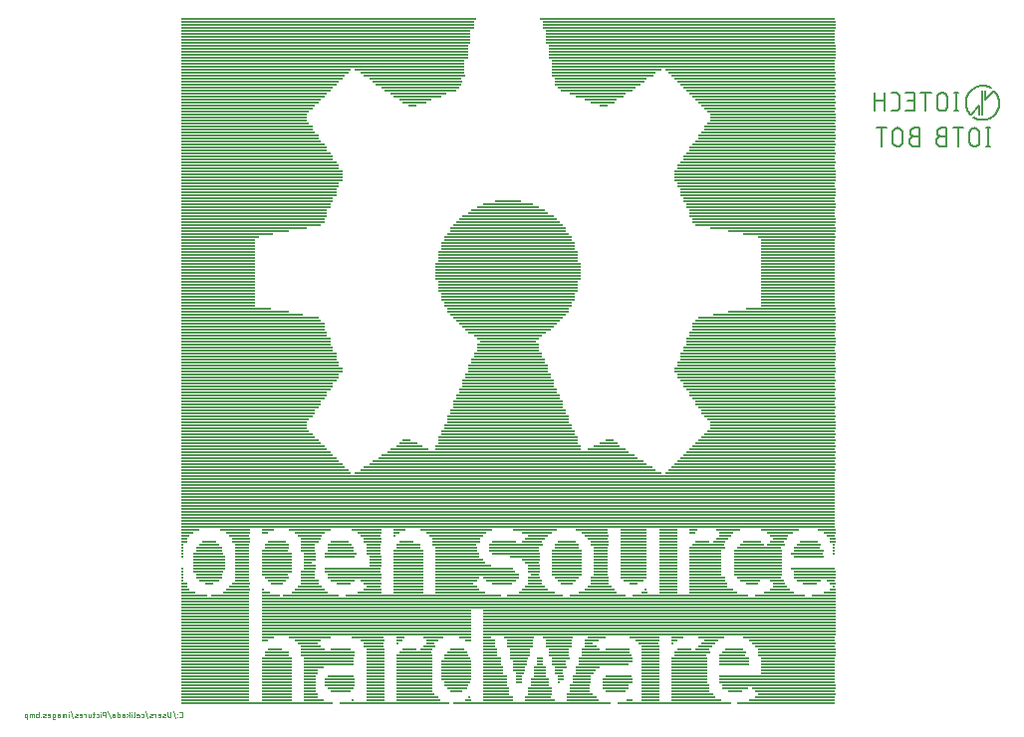
<source format=gbr>
G04 EAGLE Gerber RS-274X export*
G75*
%MOMM*%
%FSLAX34Y34*%
%LPD*%
%INSilkscreen Bottom*%
%IPPOS*%
%AMOC8*
5,1,8,0,0,1.08239X$1,22.5*%
G01*
%ADD10C,0.127000*%
%ADD11C,0.152400*%
%ADD12R,12.954000X0.254000*%
%ADD13R,9.398000X0.254000*%
%ADD14R,13.462000X0.254000*%
%ADD15R,9.652000X0.254000*%
%ADD16R,8.382000X0.254000*%
%ADD17R,5.842000X0.254000*%
%ADD18R,2.540000X0.254000*%
%ADD19R,1.778000X0.254000*%
%ADD20R,0.254000X0.254000*%
%ADD21R,1.524000X0.254000*%
%ADD22R,3.810000X0.254000*%
%ADD23R,0.508000X0.254000*%
%ADD24R,2.794000X0.254000*%
%ADD25R,4.318000X0.254000*%
%ADD26R,7.366000X0.254000*%
%ADD27R,1.270000X0.254000*%
%ADD28R,3.556000X0.254000*%
%ADD29R,2.286000X0.254000*%
%ADD30R,6.858000X0.254000*%
%ADD31R,3.302000X0.254000*%
%ADD32R,2.032000X0.254000*%
%ADD33R,6.604000X0.254000*%
%ADD34R,1.016000X0.254000*%
%ADD35R,3.048000X0.254000*%
%ADD36R,7.112000X0.254000*%
%ADD37R,9.906000X0.254000*%
%ADD38R,0.762000X0.254000*%
%ADD39R,6.350000X0.254000*%
%ADD40R,4.572000X0.254000*%
%ADD41R,4.064000X0.254000*%
%ADD42R,7.874000X0.254000*%
%ADD43R,17.780000X0.254000*%
%ADD44R,29.972000X0.254000*%
%ADD45R,48.768000X0.254000*%
%ADD46R,4.826000X0.254000*%
%ADD47R,13.208000X0.254000*%
%ADD48R,5.080000X0.254000*%
%ADD49R,6.096000X0.254000*%
%ADD50R,55.626000X0.254000*%
%ADD51R,14.478000X0.254000*%
%ADD52R,26.162000X0.254000*%
%ADD53R,14.224000X0.254000*%
%ADD54R,25.146000X0.254000*%
%ADD55R,13.970000X0.254000*%
%ADD56R,24.638000X0.254000*%
%ADD57R,13.716000X0.254000*%
%ADD58R,23.622000X0.254000*%
%ADD59R,23.114000X0.254000*%
%ADD60R,22.098000X0.254000*%
%ADD61R,21.590000X0.254000*%
%ADD62R,12.700000X0.254000*%
%ADD63R,20.574000X0.254000*%
%ADD64R,12.446000X0.254000*%
%ADD65R,12.192000X0.254000*%
%ADD66R,11.938000X0.254000*%
%ADD67R,11.684000X0.254000*%
%ADD68R,11.430000X0.254000*%
%ADD69R,11.176000X0.254000*%
%ADD70R,10.922000X0.254000*%
%ADD71R,10.668000X0.254000*%
%ADD72R,10.414000X0.254000*%
%ADD73R,8.890000X0.254000*%
%ADD74R,5.334000X0.254000*%
%ADD75R,9.144000X0.254000*%
%ADD76R,7.620000X0.254000*%
%ADD77R,8.636000X0.254000*%
%ADD78R,24.130000X0.254000*%
%ADD79R,24.384000X0.254000*%
%ADD80R,24.892000X0.254000*%
%ADD81C,0.050800*%


D10*
X685143Y488629D02*
X685143Y473135D01*
X683422Y473135D02*
X686865Y473135D01*
X686865Y488629D02*
X683422Y488629D01*
X677555Y484325D02*
X677555Y477439D01*
X677555Y484325D02*
X677553Y484455D01*
X677547Y484585D01*
X677537Y484715D01*
X677524Y484844D01*
X677506Y484973D01*
X677485Y485101D01*
X677459Y485228D01*
X677430Y485355D01*
X677397Y485481D01*
X677360Y485605D01*
X677320Y485729D01*
X677275Y485851D01*
X677227Y485972D01*
X677176Y486091D01*
X677121Y486209D01*
X677062Y486325D01*
X677000Y486439D01*
X676934Y486552D01*
X676865Y486662D01*
X676793Y486770D01*
X676718Y486876D01*
X676639Y486979D01*
X676557Y487080D01*
X676473Y487179D01*
X676385Y487275D01*
X676294Y487368D01*
X676201Y487459D01*
X676105Y487547D01*
X676006Y487631D01*
X675905Y487713D01*
X675802Y487792D01*
X675696Y487867D01*
X675588Y487939D01*
X675478Y488008D01*
X675365Y488074D01*
X675251Y488136D01*
X675135Y488195D01*
X675017Y488250D01*
X674898Y488301D01*
X674777Y488349D01*
X674655Y488394D01*
X674531Y488434D01*
X674407Y488471D01*
X674281Y488504D01*
X674154Y488533D01*
X674027Y488559D01*
X673899Y488580D01*
X673770Y488598D01*
X673641Y488611D01*
X673511Y488621D01*
X673381Y488627D01*
X673251Y488629D01*
X673121Y488627D01*
X672991Y488621D01*
X672861Y488611D01*
X672732Y488598D01*
X672603Y488580D01*
X672475Y488559D01*
X672348Y488533D01*
X672221Y488504D01*
X672095Y488471D01*
X671971Y488434D01*
X671847Y488394D01*
X671725Y488349D01*
X671604Y488301D01*
X671485Y488250D01*
X671367Y488195D01*
X671251Y488136D01*
X671137Y488074D01*
X671024Y488008D01*
X670914Y487939D01*
X670806Y487867D01*
X670700Y487792D01*
X670597Y487713D01*
X670496Y487631D01*
X670397Y487547D01*
X670301Y487459D01*
X670208Y487368D01*
X670117Y487275D01*
X670029Y487179D01*
X669945Y487080D01*
X669863Y486979D01*
X669784Y486876D01*
X669709Y486770D01*
X669637Y486662D01*
X669568Y486552D01*
X669502Y486439D01*
X669440Y486325D01*
X669381Y486209D01*
X669326Y486091D01*
X669275Y485972D01*
X669227Y485851D01*
X669182Y485729D01*
X669142Y485605D01*
X669105Y485481D01*
X669072Y485355D01*
X669043Y485228D01*
X669017Y485101D01*
X668996Y484973D01*
X668978Y484844D01*
X668965Y484715D01*
X668955Y484585D01*
X668949Y484455D01*
X668947Y484325D01*
X668947Y477439D01*
X668949Y477309D01*
X668955Y477179D01*
X668965Y477049D01*
X668978Y476920D01*
X668996Y476791D01*
X669017Y476663D01*
X669043Y476536D01*
X669072Y476409D01*
X669105Y476283D01*
X669142Y476159D01*
X669182Y476035D01*
X669227Y475913D01*
X669275Y475792D01*
X669326Y475673D01*
X669381Y475555D01*
X669440Y475439D01*
X669502Y475325D01*
X669568Y475212D01*
X669637Y475102D01*
X669709Y474994D01*
X669784Y474888D01*
X669863Y474785D01*
X669945Y474684D01*
X670029Y474585D01*
X670117Y474489D01*
X670208Y474396D01*
X670301Y474305D01*
X670397Y474217D01*
X670496Y474133D01*
X670597Y474051D01*
X670700Y473972D01*
X670806Y473897D01*
X670914Y473825D01*
X671024Y473756D01*
X671137Y473690D01*
X671251Y473628D01*
X671367Y473569D01*
X671485Y473514D01*
X671604Y473463D01*
X671725Y473415D01*
X671847Y473370D01*
X671971Y473330D01*
X672095Y473293D01*
X672221Y473260D01*
X672348Y473231D01*
X672475Y473205D01*
X672603Y473184D01*
X672732Y473166D01*
X672861Y473153D01*
X672991Y473143D01*
X673121Y473137D01*
X673251Y473135D01*
X673381Y473137D01*
X673511Y473143D01*
X673641Y473153D01*
X673770Y473166D01*
X673899Y473184D01*
X674027Y473205D01*
X674154Y473231D01*
X674281Y473260D01*
X674407Y473293D01*
X674531Y473330D01*
X674655Y473370D01*
X674777Y473415D01*
X674898Y473463D01*
X675017Y473514D01*
X675135Y473569D01*
X675251Y473628D01*
X675365Y473690D01*
X675478Y473756D01*
X675588Y473825D01*
X675696Y473897D01*
X675802Y473972D01*
X675905Y474051D01*
X676006Y474133D01*
X676105Y474217D01*
X676201Y474305D01*
X676294Y474396D01*
X676385Y474489D01*
X676473Y474585D01*
X676557Y474684D01*
X676639Y474785D01*
X676718Y474888D01*
X676793Y474994D01*
X676865Y475102D01*
X676934Y475212D01*
X677000Y475325D01*
X677062Y475439D01*
X677121Y475555D01*
X677176Y475673D01*
X677227Y475792D01*
X677275Y475913D01*
X677320Y476035D01*
X677360Y476159D01*
X677397Y476283D01*
X677430Y476409D01*
X677459Y476536D01*
X677485Y476663D01*
X677506Y476791D01*
X677524Y476920D01*
X677537Y477049D01*
X677547Y477179D01*
X677553Y477309D01*
X677555Y477439D01*
X659376Y473135D02*
X659376Y488629D01*
X663680Y488629D02*
X655072Y488629D01*
X649113Y481743D02*
X644809Y481743D01*
X644679Y481741D01*
X644549Y481735D01*
X644419Y481725D01*
X644290Y481712D01*
X644161Y481694D01*
X644033Y481673D01*
X643906Y481647D01*
X643779Y481618D01*
X643653Y481585D01*
X643529Y481548D01*
X643405Y481508D01*
X643283Y481463D01*
X643162Y481415D01*
X643043Y481364D01*
X642925Y481309D01*
X642809Y481250D01*
X642695Y481188D01*
X642582Y481122D01*
X642472Y481053D01*
X642364Y480981D01*
X642258Y480906D01*
X642155Y480827D01*
X642054Y480745D01*
X641955Y480661D01*
X641859Y480573D01*
X641766Y480482D01*
X641675Y480389D01*
X641587Y480293D01*
X641503Y480194D01*
X641421Y480093D01*
X641342Y479990D01*
X641267Y479884D01*
X641195Y479776D01*
X641126Y479666D01*
X641060Y479553D01*
X640998Y479439D01*
X640939Y479323D01*
X640884Y479205D01*
X640833Y479086D01*
X640785Y478965D01*
X640740Y478843D01*
X640700Y478719D01*
X640663Y478595D01*
X640630Y478469D01*
X640601Y478342D01*
X640575Y478215D01*
X640554Y478087D01*
X640536Y477958D01*
X640523Y477829D01*
X640513Y477699D01*
X640507Y477569D01*
X640505Y477439D01*
X640507Y477309D01*
X640513Y477179D01*
X640523Y477049D01*
X640536Y476920D01*
X640554Y476791D01*
X640575Y476663D01*
X640601Y476536D01*
X640630Y476409D01*
X640663Y476283D01*
X640700Y476159D01*
X640740Y476035D01*
X640785Y475913D01*
X640833Y475792D01*
X640884Y475673D01*
X640939Y475555D01*
X640998Y475439D01*
X641060Y475325D01*
X641126Y475212D01*
X641195Y475102D01*
X641267Y474994D01*
X641342Y474888D01*
X641421Y474785D01*
X641503Y474684D01*
X641587Y474585D01*
X641675Y474489D01*
X641766Y474396D01*
X641859Y474305D01*
X641955Y474217D01*
X642054Y474133D01*
X642155Y474051D01*
X642258Y473972D01*
X642364Y473897D01*
X642472Y473825D01*
X642582Y473756D01*
X642695Y473690D01*
X642809Y473628D01*
X642925Y473569D01*
X643043Y473514D01*
X643162Y473463D01*
X643283Y473415D01*
X643405Y473370D01*
X643529Y473330D01*
X643653Y473293D01*
X643779Y473260D01*
X643906Y473231D01*
X644033Y473205D01*
X644161Y473184D01*
X644290Y473166D01*
X644419Y473153D01*
X644549Y473143D01*
X644679Y473137D01*
X644809Y473135D01*
X649113Y473135D01*
X649113Y488629D01*
X644809Y488629D01*
X644693Y488627D01*
X644577Y488621D01*
X644461Y488611D01*
X644345Y488598D01*
X644230Y488580D01*
X644116Y488559D01*
X644002Y488533D01*
X643890Y488504D01*
X643778Y488471D01*
X643668Y488434D01*
X643559Y488394D01*
X643451Y488350D01*
X643345Y488302D01*
X643241Y488251D01*
X643138Y488196D01*
X643037Y488138D01*
X642939Y488077D01*
X642842Y488012D01*
X642748Y487944D01*
X642656Y487873D01*
X642566Y487798D01*
X642479Y487721D01*
X642395Y487641D01*
X642314Y487558D01*
X642235Y487472D01*
X642159Y487384D01*
X642086Y487293D01*
X642017Y487200D01*
X641950Y487105D01*
X641887Y487007D01*
X641827Y486908D01*
X641771Y486806D01*
X641718Y486702D01*
X641668Y486597D01*
X641623Y486490D01*
X641580Y486382D01*
X641542Y486272D01*
X641507Y486161D01*
X641476Y486049D01*
X641449Y485936D01*
X641425Y485822D01*
X641406Y485707D01*
X641390Y485592D01*
X641378Y485476D01*
X641370Y485360D01*
X641366Y485244D01*
X641366Y485128D01*
X641370Y485012D01*
X641378Y484896D01*
X641390Y484780D01*
X641406Y484665D01*
X641425Y484550D01*
X641449Y484436D01*
X641476Y484323D01*
X641507Y484211D01*
X641542Y484100D01*
X641580Y483990D01*
X641623Y483882D01*
X641668Y483775D01*
X641718Y483670D01*
X641771Y483566D01*
X641827Y483465D01*
X641887Y483365D01*
X641950Y483267D01*
X642017Y483172D01*
X642086Y483079D01*
X642159Y482988D01*
X642235Y482900D01*
X642314Y482814D01*
X642395Y482731D01*
X642479Y482651D01*
X642566Y482574D01*
X642656Y482499D01*
X642748Y482428D01*
X642842Y482360D01*
X642939Y482295D01*
X643037Y482234D01*
X643138Y482176D01*
X643241Y482121D01*
X643345Y482070D01*
X643451Y482022D01*
X643559Y481978D01*
X643668Y481938D01*
X643778Y481901D01*
X643890Y481868D01*
X644002Y481839D01*
X644116Y481813D01*
X644230Y481792D01*
X644345Y481774D01*
X644461Y481761D01*
X644577Y481751D01*
X644693Y481745D01*
X644809Y481743D01*
X626319Y481743D02*
X622015Y481743D01*
X621885Y481741D01*
X621755Y481735D01*
X621625Y481725D01*
X621496Y481712D01*
X621367Y481694D01*
X621239Y481673D01*
X621112Y481647D01*
X620985Y481618D01*
X620859Y481585D01*
X620735Y481548D01*
X620611Y481508D01*
X620489Y481463D01*
X620368Y481415D01*
X620249Y481364D01*
X620131Y481309D01*
X620015Y481250D01*
X619901Y481188D01*
X619788Y481122D01*
X619678Y481053D01*
X619570Y480981D01*
X619464Y480906D01*
X619361Y480827D01*
X619260Y480745D01*
X619161Y480661D01*
X619065Y480573D01*
X618972Y480482D01*
X618881Y480389D01*
X618793Y480293D01*
X618709Y480194D01*
X618627Y480093D01*
X618548Y479990D01*
X618473Y479884D01*
X618401Y479776D01*
X618332Y479666D01*
X618266Y479553D01*
X618204Y479439D01*
X618145Y479323D01*
X618090Y479205D01*
X618039Y479086D01*
X617991Y478965D01*
X617946Y478843D01*
X617906Y478719D01*
X617869Y478595D01*
X617836Y478469D01*
X617807Y478342D01*
X617781Y478215D01*
X617760Y478087D01*
X617742Y477958D01*
X617729Y477829D01*
X617719Y477699D01*
X617713Y477569D01*
X617711Y477439D01*
X617713Y477309D01*
X617719Y477179D01*
X617729Y477049D01*
X617742Y476920D01*
X617760Y476791D01*
X617781Y476663D01*
X617807Y476536D01*
X617836Y476409D01*
X617869Y476283D01*
X617906Y476159D01*
X617946Y476035D01*
X617991Y475913D01*
X618039Y475792D01*
X618090Y475673D01*
X618145Y475555D01*
X618204Y475439D01*
X618266Y475325D01*
X618332Y475212D01*
X618401Y475102D01*
X618473Y474994D01*
X618548Y474888D01*
X618627Y474785D01*
X618709Y474684D01*
X618793Y474585D01*
X618881Y474489D01*
X618972Y474396D01*
X619065Y474305D01*
X619161Y474217D01*
X619260Y474133D01*
X619361Y474051D01*
X619464Y473972D01*
X619570Y473897D01*
X619678Y473825D01*
X619788Y473756D01*
X619901Y473690D01*
X620015Y473628D01*
X620131Y473569D01*
X620249Y473514D01*
X620368Y473463D01*
X620489Y473415D01*
X620611Y473370D01*
X620735Y473330D01*
X620859Y473293D01*
X620985Y473260D01*
X621112Y473231D01*
X621239Y473205D01*
X621367Y473184D01*
X621496Y473166D01*
X621625Y473153D01*
X621755Y473143D01*
X621885Y473137D01*
X622015Y473135D01*
X626319Y473135D01*
X626319Y488629D01*
X622015Y488629D01*
X621899Y488627D01*
X621783Y488621D01*
X621667Y488611D01*
X621551Y488598D01*
X621436Y488580D01*
X621322Y488559D01*
X621208Y488533D01*
X621096Y488504D01*
X620984Y488471D01*
X620874Y488434D01*
X620765Y488394D01*
X620657Y488350D01*
X620551Y488302D01*
X620447Y488251D01*
X620344Y488196D01*
X620243Y488138D01*
X620145Y488077D01*
X620048Y488012D01*
X619954Y487944D01*
X619862Y487873D01*
X619772Y487798D01*
X619685Y487721D01*
X619601Y487641D01*
X619520Y487558D01*
X619441Y487472D01*
X619365Y487384D01*
X619292Y487293D01*
X619223Y487200D01*
X619156Y487105D01*
X619093Y487007D01*
X619033Y486908D01*
X618977Y486806D01*
X618924Y486702D01*
X618874Y486597D01*
X618829Y486490D01*
X618786Y486382D01*
X618748Y486272D01*
X618713Y486161D01*
X618682Y486049D01*
X618655Y485936D01*
X618631Y485822D01*
X618612Y485707D01*
X618596Y485592D01*
X618584Y485476D01*
X618576Y485360D01*
X618572Y485244D01*
X618572Y485128D01*
X618576Y485012D01*
X618584Y484896D01*
X618596Y484780D01*
X618612Y484665D01*
X618631Y484550D01*
X618655Y484436D01*
X618682Y484323D01*
X618713Y484211D01*
X618748Y484100D01*
X618786Y483990D01*
X618829Y483882D01*
X618874Y483775D01*
X618924Y483670D01*
X618977Y483566D01*
X619033Y483465D01*
X619093Y483365D01*
X619156Y483267D01*
X619223Y483172D01*
X619292Y483079D01*
X619365Y482988D01*
X619441Y482900D01*
X619520Y482814D01*
X619601Y482731D01*
X619685Y482651D01*
X619772Y482574D01*
X619862Y482499D01*
X619954Y482428D01*
X620048Y482360D01*
X620145Y482295D01*
X620243Y482234D01*
X620344Y482176D01*
X620447Y482121D01*
X620551Y482070D01*
X620657Y482022D01*
X620765Y481978D01*
X620874Y481938D01*
X620984Y481901D01*
X621096Y481868D01*
X621208Y481839D01*
X621322Y481813D01*
X621436Y481792D01*
X621551Y481774D01*
X621667Y481761D01*
X621783Y481751D01*
X621899Y481745D01*
X622015Y481743D01*
X612145Y484325D02*
X612145Y477439D01*
X612145Y484325D02*
X612143Y484455D01*
X612137Y484585D01*
X612127Y484715D01*
X612114Y484844D01*
X612096Y484973D01*
X612075Y485101D01*
X612049Y485228D01*
X612020Y485355D01*
X611987Y485481D01*
X611950Y485605D01*
X611910Y485729D01*
X611865Y485851D01*
X611817Y485972D01*
X611766Y486091D01*
X611711Y486209D01*
X611652Y486325D01*
X611590Y486439D01*
X611524Y486552D01*
X611455Y486662D01*
X611383Y486770D01*
X611308Y486876D01*
X611229Y486979D01*
X611147Y487080D01*
X611063Y487179D01*
X610975Y487275D01*
X610884Y487368D01*
X610791Y487459D01*
X610695Y487547D01*
X610596Y487631D01*
X610495Y487713D01*
X610392Y487792D01*
X610286Y487867D01*
X610178Y487939D01*
X610068Y488008D01*
X609955Y488074D01*
X609841Y488136D01*
X609725Y488195D01*
X609607Y488250D01*
X609488Y488301D01*
X609367Y488349D01*
X609245Y488394D01*
X609121Y488434D01*
X608997Y488471D01*
X608871Y488504D01*
X608744Y488533D01*
X608617Y488559D01*
X608489Y488580D01*
X608360Y488598D01*
X608231Y488611D01*
X608101Y488621D01*
X607971Y488627D01*
X607841Y488629D01*
X607711Y488627D01*
X607581Y488621D01*
X607451Y488611D01*
X607322Y488598D01*
X607193Y488580D01*
X607065Y488559D01*
X606938Y488533D01*
X606811Y488504D01*
X606685Y488471D01*
X606561Y488434D01*
X606437Y488394D01*
X606315Y488349D01*
X606194Y488301D01*
X606075Y488250D01*
X605957Y488195D01*
X605841Y488136D01*
X605727Y488074D01*
X605614Y488008D01*
X605504Y487939D01*
X605396Y487867D01*
X605290Y487792D01*
X605187Y487713D01*
X605086Y487631D01*
X604987Y487547D01*
X604891Y487459D01*
X604798Y487368D01*
X604707Y487275D01*
X604619Y487179D01*
X604535Y487080D01*
X604453Y486979D01*
X604374Y486876D01*
X604299Y486770D01*
X604227Y486662D01*
X604158Y486552D01*
X604092Y486439D01*
X604030Y486325D01*
X603971Y486209D01*
X603916Y486091D01*
X603865Y485972D01*
X603817Y485851D01*
X603772Y485729D01*
X603732Y485605D01*
X603695Y485481D01*
X603662Y485355D01*
X603633Y485228D01*
X603607Y485101D01*
X603586Y484973D01*
X603568Y484844D01*
X603555Y484715D01*
X603545Y484585D01*
X603539Y484455D01*
X603537Y484325D01*
X603538Y484325D02*
X603538Y477439D01*
X603537Y477439D02*
X603539Y477309D01*
X603545Y477179D01*
X603555Y477049D01*
X603568Y476920D01*
X603586Y476791D01*
X603607Y476663D01*
X603633Y476536D01*
X603662Y476409D01*
X603695Y476283D01*
X603732Y476159D01*
X603772Y476035D01*
X603817Y475913D01*
X603865Y475792D01*
X603916Y475673D01*
X603971Y475555D01*
X604030Y475439D01*
X604092Y475325D01*
X604158Y475212D01*
X604227Y475102D01*
X604299Y474994D01*
X604374Y474888D01*
X604453Y474785D01*
X604535Y474684D01*
X604619Y474585D01*
X604707Y474489D01*
X604798Y474396D01*
X604891Y474305D01*
X604987Y474217D01*
X605086Y474133D01*
X605187Y474051D01*
X605290Y473972D01*
X605396Y473897D01*
X605504Y473825D01*
X605614Y473756D01*
X605727Y473690D01*
X605841Y473628D01*
X605957Y473569D01*
X606075Y473514D01*
X606194Y473463D01*
X606315Y473415D01*
X606437Y473370D01*
X606561Y473330D01*
X606685Y473293D01*
X606811Y473260D01*
X606938Y473231D01*
X607065Y473205D01*
X607193Y473184D01*
X607322Y473166D01*
X607451Y473153D01*
X607581Y473143D01*
X607711Y473137D01*
X607841Y473135D01*
X607971Y473137D01*
X608101Y473143D01*
X608231Y473153D01*
X608360Y473166D01*
X608489Y473184D01*
X608617Y473205D01*
X608744Y473231D01*
X608871Y473260D01*
X608997Y473293D01*
X609121Y473330D01*
X609245Y473370D01*
X609367Y473415D01*
X609488Y473463D01*
X609607Y473514D01*
X609725Y473569D01*
X609841Y473628D01*
X609955Y473690D01*
X610068Y473756D01*
X610178Y473825D01*
X610286Y473897D01*
X610392Y473972D01*
X610495Y474051D01*
X610596Y474133D01*
X610695Y474217D01*
X610791Y474305D01*
X610884Y474396D01*
X610975Y474489D01*
X611063Y474585D01*
X611147Y474684D01*
X611229Y474785D01*
X611308Y474888D01*
X611383Y474994D01*
X611455Y475102D01*
X611524Y475212D01*
X611590Y475325D01*
X611652Y475439D01*
X611711Y475555D01*
X611766Y475673D01*
X611817Y475792D01*
X611865Y475913D01*
X611910Y476035D01*
X611950Y476159D01*
X611987Y476283D01*
X612020Y476409D01*
X612049Y476536D01*
X612075Y476663D01*
X612096Y476791D01*
X612114Y476920D01*
X612127Y477049D01*
X612137Y477179D01*
X612143Y477309D01*
X612145Y477439D01*
X593967Y473135D02*
X593967Y488629D01*
X598271Y488629D02*
X589663Y488629D01*
X657643Y503135D02*
X657643Y518629D01*
X659365Y503135D02*
X655922Y503135D01*
X655922Y518629D02*
X659365Y518629D01*
X650055Y514325D02*
X650055Y507439D01*
X650055Y514325D02*
X650053Y514455D01*
X650047Y514585D01*
X650037Y514715D01*
X650024Y514844D01*
X650006Y514973D01*
X649985Y515101D01*
X649959Y515228D01*
X649930Y515355D01*
X649897Y515481D01*
X649860Y515605D01*
X649820Y515729D01*
X649775Y515851D01*
X649727Y515972D01*
X649676Y516091D01*
X649621Y516209D01*
X649562Y516325D01*
X649500Y516439D01*
X649434Y516552D01*
X649365Y516662D01*
X649293Y516770D01*
X649218Y516876D01*
X649139Y516979D01*
X649057Y517080D01*
X648973Y517179D01*
X648885Y517275D01*
X648794Y517368D01*
X648701Y517459D01*
X648605Y517547D01*
X648506Y517631D01*
X648405Y517713D01*
X648302Y517792D01*
X648196Y517867D01*
X648088Y517939D01*
X647978Y518008D01*
X647865Y518074D01*
X647751Y518136D01*
X647635Y518195D01*
X647517Y518250D01*
X647398Y518301D01*
X647277Y518349D01*
X647155Y518394D01*
X647031Y518434D01*
X646907Y518471D01*
X646781Y518504D01*
X646654Y518533D01*
X646527Y518559D01*
X646399Y518580D01*
X646270Y518598D01*
X646141Y518611D01*
X646011Y518621D01*
X645881Y518627D01*
X645751Y518629D01*
X645621Y518627D01*
X645491Y518621D01*
X645361Y518611D01*
X645232Y518598D01*
X645103Y518580D01*
X644975Y518559D01*
X644848Y518533D01*
X644721Y518504D01*
X644595Y518471D01*
X644471Y518434D01*
X644347Y518394D01*
X644225Y518349D01*
X644104Y518301D01*
X643985Y518250D01*
X643867Y518195D01*
X643751Y518136D01*
X643637Y518074D01*
X643524Y518008D01*
X643414Y517939D01*
X643306Y517867D01*
X643200Y517792D01*
X643097Y517713D01*
X642996Y517631D01*
X642897Y517547D01*
X642801Y517459D01*
X642708Y517368D01*
X642617Y517275D01*
X642529Y517179D01*
X642445Y517080D01*
X642363Y516979D01*
X642284Y516876D01*
X642209Y516770D01*
X642137Y516662D01*
X642068Y516552D01*
X642002Y516439D01*
X641940Y516325D01*
X641881Y516209D01*
X641826Y516091D01*
X641775Y515972D01*
X641727Y515851D01*
X641682Y515729D01*
X641642Y515605D01*
X641605Y515481D01*
X641572Y515355D01*
X641543Y515228D01*
X641517Y515101D01*
X641496Y514973D01*
X641478Y514844D01*
X641465Y514715D01*
X641455Y514585D01*
X641449Y514455D01*
X641447Y514325D01*
X641447Y507439D01*
X641449Y507309D01*
X641455Y507179D01*
X641465Y507049D01*
X641478Y506920D01*
X641496Y506791D01*
X641517Y506663D01*
X641543Y506536D01*
X641572Y506409D01*
X641605Y506283D01*
X641642Y506159D01*
X641682Y506035D01*
X641727Y505913D01*
X641775Y505792D01*
X641826Y505673D01*
X641881Y505555D01*
X641940Y505439D01*
X642002Y505325D01*
X642068Y505212D01*
X642137Y505102D01*
X642209Y504994D01*
X642284Y504888D01*
X642363Y504785D01*
X642445Y504684D01*
X642529Y504585D01*
X642617Y504489D01*
X642708Y504396D01*
X642801Y504305D01*
X642897Y504217D01*
X642996Y504133D01*
X643097Y504051D01*
X643200Y503972D01*
X643306Y503897D01*
X643414Y503825D01*
X643524Y503756D01*
X643637Y503690D01*
X643751Y503628D01*
X643867Y503569D01*
X643985Y503514D01*
X644104Y503463D01*
X644225Y503415D01*
X644347Y503370D01*
X644471Y503330D01*
X644595Y503293D01*
X644721Y503260D01*
X644848Y503231D01*
X644975Y503205D01*
X645103Y503184D01*
X645232Y503166D01*
X645361Y503153D01*
X645491Y503143D01*
X645621Y503137D01*
X645751Y503135D01*
X645881Y503137D01*
X646011Y503143D01*
X646141Y503153D01*
X646270Y503166D01*
X646399Y503184D01*
X646527Y503205D01*
X646654Y503231D01*
X646781Y503260D01*
X646907Y503293D01*
X647031Y503330D01*
X647155Y503370D01*
X647277Y503415D01*
X647398Y503463D01*
X647517Y503514D01*
X647635Y503569D01*
X647751Y503628D01*
X647865Y503690D01*
X647978Y503756D01*
X648088Y503825D01*
X648196Y503897D01*
X648302Y503972D01*
X648405Y504051D01*
X648506Y504133D01*
X648605Y504217D01*
X648701Y504305D01*
X648794Y504396D01*
X648885Y504489D01*
X648973Y504585D01*
X649057Y504684D01*
X649139Y504785D01*
X649218Y504888D01*
X649293Y504994D01*
X649365Y505102D01*
X649434Y505212D01*
X649500Y505325D01*
X649562Y505439D01*
X649621Y505555D01*
X649676Y505673D01*
X649727Y505792D01*
X649775Y505913D01*
X649820Y506035D01*
X649860Y506159D01*
X649897Y506283D01*
X649930Y506409D01*
X649959Y506536D01*
X649985Y506663D01*
X650006Y506791D01*
X650024Y506920D01*
X650037Y507049D01*
X650047Y507179D01*
X650053Y507309D01*
X650055Y507439D01*
X631876Y503135D02*
X631876Y518629D01*
X636180Y518629D02*
X627572Y518629D01*
X621783Y503135D02*
X614896Y503135D01*
X621783Y503135D02*
X621783Y518629D01*
X614896Y518629D01*
X616618Y511743D02*
X621783Y511743D01*
X606016Y503135D02*
X602573Y503135D01*
X606016Y503135D02*
X606131Y503137D01*
X606246Y503143D01*
X606361Y503152D01*
X606475Y503166D01*
X606589Y503183D01*
X606702Y503204D01*
X606814Y503229D01*
X606926Y503257D01*
X607036Y503290D01*
X607145Y503326D01*
X607253Y503365D01*
X607360Y503408D01*
X607465Y503455D01*
X607569Y503505D01*
X607671Y503559D01*
X607771Y503616D01*
X607869Y503676D01*
X607965Y503739D01*
X608058Y503806D01*
X608150Y503876D01*
X608239Y503949D01*
X608326Y504025D01*
X608410Y504103D01*
X608491Y504184D01*
X608570Y504269D01*
X608645Y504355D01*
X608718Y504444D01*
X608788Y504536D01*
X608855Y504629D01*
X608918Y504725D01*
X608978Y504823D01*
X609035Y504923D01*
X609089Y505025D01*
X609139Y505129D01*
X609186Y505234D01*
X609229Y505341D01*
X609269Y505449D01*
X609304Y505558D01*
X609337Y505668D01*
X609365Y505780D01*
X609390Y505892D01*
X609411Y506005D01*
X609428Y506119D01*
X609442Y506233D01*
X609451Y506348D01*
X609457Y506463D01*
X609459Y506578D01*
X609459Y515186D01*
X609457Y515301D01*
X609451Y515416D01*
X609442Y515531D01*
X609428Y515645D01*
X609411Y515759D01*
X609390Y515872D01*
X609365Y515984D01*
X609337Y516096D01*
X609304Y516206D01*
X609269Y516315D01*
X609229Y516423D01*
X609186Y516530D01*
X609139Y516635D01*
X609089Y516739D01*
X609035Y516841D01*
X608978Y516941D01*
X608918Y517039D01*
X608855Y517135D01*
X608788Y517228D01*
X608718Y517320D01*
X608645Y517409D01*
X608570Y517495D01*
X608491Y517580D01*
X608410Y517661D01*
X608326Y517739D01*
X608239Y517815D01*
X608150Y517888D01*
X608058Y517958D01*
X607965Y518025D01*
X607869Y518088D01*
X607771Y518148D01*
X607671Y518205D01*
X607569Y518259D01*
X607465Y518309D01*
X607360Y518356D01*
X607253Y518399D01*
X607145Y518438D01*
X607036Y518474D01*
X606926Y518507D01*
X606814Y518535D01*
X606702Y518560D01*
X606589Y518581D01*
X606475Y518598D01*
X606361Y518612D01*
X606246Y518621D01*
X606131Y518627D01*
X606016Y518629D01*
X602573Y518629D01*
X596538Y518629D02*
X596538Y503135D01*
X596538Y511743D02*
X587930Y511743D01*
X587930Y518629D02*
X587930Y503135D01*
D11*
X682500Y512500D02*
X690000Y520000D01*
X677500Y507500D02*
X670000Y500000D01*
X682500Y512500D02*
X682500Y520000D01*
X677500Y507500D02*
X677500Y500000D01*
X680000Y500000D02*
X680000Y520000D01*
X687500Y522500D02*
X687198Y522676D01*
X686892Y522844D01*
X686581Y523005D01*
X686267Y523158D01*
X685949Y523303D01*
X685628Y523441D01*
X685303Y523571D01*
X684976Y523693D01*
X684645Y523806D01*
X684312Y523912D01*
X683976Y524010D01*
X683638Y524099D01*
X683298Y524180D01*
X682957Y524253D01*
X682613Y524318D01*
X682268Y524374D01*
X681922Y524421D01*
X681574Y524461D01*
X681226Y524491D01*
X680877Y524514D01*
X680528Y524528D01*
X680179Y524533D01*
X679829Y524530D01*
X679480Y524518D01*
X679131Y524498D01*
X678783Y524469D01*
X678435Y524432D01*
X678088Y524386D01*
X677743Y524332D01*
X677399Y524270D01*
X677057Y524199D01*
X676716Y524120D01*
X676378Y524033D01*
X676042Y523937D01*
X675708Y523834D01*
X675377Y523722D01*
X675048Y523602D01*
X674723Y523474D01*
X674401Y523339D01*
X674082Y523195D01*
X673767Y523044D01*
X673456Y522885D01*
X673148Y522719D01*
X672845Y522545D01*
X672546Y522364D01*
X672252Y522176D01*
X671962Y521980D01*
X671677Y521778D01*
X671397Y521568D01*
X671122Y521352D01*
X670853Y521130D01*
X670589Y520901D01*
X670331Y520665D01*
X670078Y520423D01*
X669832Y520175D01*
X669591Y519922D01*
X669357Y519662D01*
X669129Y519397D01*
X668908Y519126D01*
X668693Y518851D01*
X668486Y518570D01*
X668285Y518284D01*
X668091Y517993D01*
X667904Y517697D01*
X667725Y517397D01*
X667552Y517093D01*
X667388Y516785D01*
X667231Y516473D01*
X667081Y516157D01*
X666939Y515837D01*
X666805Y515514D01*
X666679Y515188D01*
X666561Y514859D01*
X666451Y514528D01*
X666349Y514193D01*
X666255Y513857D01*
X666170Y513518D01*
X666093Y513177D01*
X666024Y512834D01*
X665963Y512490D01*
X665911Y512144D01*
X665867Y511797D01*
X665832Y511450D01*
X665805Y511101D01*
X665787Y510752D01*
X665777Y510403D01*
X665775Y510053D01*
X665783Y509704D01*
X665798Y509355D01*
X665823Y509006D01*
X665855Y508658D01*
X665896Y508311D01*
X665946Y507965D01*
X666004Y507620D01*
X666070Y507277D01*
X666145Y506935D01*
X666228Y506596D01*
X666319Y506258D01*
X666418Y505923D01*
X666526Y505591D01*
X666641Y505261D01*
X666765Y504934D01*
X666896Y504610D01*
X667036Y504289D01*
X667183Y503972D01*
X667337Y503659D01*
X667500Y503349D01*
X667670Y503044D01*
X667847Y502743D01*
X668031Y502446D01*
X668223Y502153D01*
X668422Y501866D01*
X668627Y501583D01*
X668840Y501306D01*
X669059Y501033D01*
X669285Y500767D01*
X669517Y500505D01*
X669755Y500250D01*
X670000Y500000D01*
X672500Y497500D02*
X672802Y497324D01*
X673108Y497156D01*
X673419Y496995D01*
X673733Y496842D01*
X674051Y496697D01*
X674372Y496559D01*
X674697Y496429D01*
X675024Y496307D01*
X675355Y496194D01*
X675688Y496088D01*
X676024Y495990D01*
X676362Y495901D01*
X676702Y495820D01*
X677043Y495747D01*
X677387Y495682D01*
X677732Y495626D01*
X678078Y495579D01*
X678426Y495539D01*
X678774Y495509D01*
X679123Y495486D01*
X679472Y495472D01*
X679821Y495467D01*
X680171Y495470D01*
X680520Y495482D01*
X680869Y495502D01*
X681217Y495531D01*
X681565Y495568D01*
X681912Y495614D01*
X682257Y495668D01*
X682601Y495730D01*
X682943Y495801D01*
X683284Y495880D01*
X683622Y495967D01*
X683958Y496063D01*
X684292Y496166D01*
X684623Y496278D01*
X684952Y496398D01*
X685277Y496526D01*
X685599Y496661D01*
X685918Y496805D01*
X686233Y496956D01*
X686544Y497115D01*
X686852Y497281D01*
X687155Y497455D01*
X687454Y497636D01*
X687748Y497824D01*
X688038Y498020D01*
X688323Y498222D01*
X688603Y498432D01*
X688878Y498648D01*
X689147Y498870D01*
X689411Y499099D01*
X689669Y499335D01*
X689922Y499577D01*
X690168Y499825D01*
X690409Y500078D01*
X690643Y500338D01*
X690871Y500603D01*
X691092Y500874D01*
X691307Y501149D01*
X691514Y501430D01*
X691715Y501716D01*
X691909Y502007D01*
X692096Y502303D01*
X692275Y502603D01*
X692448Y502907D01*
X692612Y503215D01*
X692769Y503527D01*
X692919Y503843D01*
X693061Y504163D01*
X693195Y504486D01*
X693321Y504812D01*
X693439Y505141D01*
X693549Y505472D01*
X693651Y505807D01*
X693745Y506143D01*
X693830Y506482D01*
X693907Y506823D01*
X693976Y507166D01*
X694037Y507510D01*
X694089Y507856D01*
X694133Y508203D01*
X694168Y508550D01*
X694195Y508899D01*
X694213Y509248D01*
X694223Y509597D01*
X694225Y509947D01*
X694217Y510296D01*
X694202Y510645D01*
X694177Y510994D01*
X694145Y511342D01*
X694104Y511689D01*
X694054Y512035D01*
X693996Y512380D01*
X693930Y512723D01*
X693855Y513065D01*
X693772Y513404D01*
X693681Y513742D01*
X693582Y514077D01*
X693474Y514409D01*
X693359Y514739D01*
X693235Y515066D01*
X693104Y515390D01*
X692964Y515711D01*
X692817Y516028D01*
X692663Y516341D01*
X692500Y516651D01*
X692330Y516956D01*
X692153Y517257D01*
X691969Y517554D01*
X691777Y517847D01*
X691578Y518134D01*
X691373Y518417D01*
X691160Y518694D01*
X690941Y518967D01*
X690715Y519233D01*
X690483Y519495D01*
X690245Y519750D01*
X690000Y520000D01*
D12*
X63500Y0D03*
D13*
X180340Y0D03*
D14*
X297180Y0D03*
D15*
X417830Y0D03*
D16*
X513080Y0D03*
D17*
X27940Y2540D03*
D18*
X80010Y2540D03*
D19*
X111760Y2540D03*
D20*
X144780Y2540D03*
D21*
X163830Y2540D03*
D22*
X200660Y2540D03*
D23*
X242570Y2540D03*
D18*
X267970Y2540D03*
X303530Y2540D03*
D24*
X340360Y2540D03*
D23*
X379730Y2540D03*
D21*
X397510Y2540D03*
D25*
X436880Y2540D03*
D26*
X518160Y2540D03*
D17*
X27940Y5080D03*
D18*
X80010Y5080D03*
D27*
X109220Y5080D03*
D21*
X163830Y5080D03*
D28*
X199390Y5080D03*
D20*
X243840Y5080D03*
D18*
X267970Y5080D03*
D29*
X302260Y5080D03*
D18*
X339090Y5080D03*
D21*
X397510Y5080D03*
D22*
X434340Y5080D03*
D30*
X520700Y5080D03*
D17*
X27940Y7620D03*
D18*
X80010Y7620D03*
D27*
X109220Y7620D03*
D21*
X163830Y7620D03*
D31*
X198120Y7620D03*
D29*
X266700Y7620D03*
D32*
X303530Y7620D03*
D29*
X337820Y7620D03*
D21*
X397510Y7620D03*
D28*
X433070Y7620D03*
D33*
X521970Y7620D03*
D17*
X27940Y10160D03*
D18*
X80010Y10160D03*
D34*
X107950Y10160D03*
D19*
X134620Y10160D03*
D21*
X163830Y10160D03*
D35*
X196850Y10160D03*
D34*
X232410Y10160D03*
D29*
X266700Y10160D03*
D32*
X303530Y10160D03*
D19*
X337820Y10160D03*
X368300Y10160D03*
D21*
X397510Y10160D03*
D31*
X431800Y10160D03*
D27*
X469900Y10160D03*
D30*
X520700Y10160D03*
D17*
X27940Y12700D03*
D18*
X80010Y12700D03*
D34*
X107950Y12700D03*
D29*
X134620Y12700D03*
D21*
X163830Y12700D03*
D35*
X196850Y12700D03*
D19*
X233680Y12700D03*
D29*
X266700Y12700D03*
D32*
X303530Y12700D03*
D19*
X337820Y12700D03*
D29*
X368300Y12700D03*
D21*
X397510Y12700D03*
D31*
X431800Y12700D03*
D29*
X469900Y12700D03*
D36*
X519430Y12700D03*
D17*
X27940Y15240D03*
D18*
X80010Y15240D03*
D34*
X107950Y15240D03*
D18*
X133350Y15240D03*
D21*
X163830Y15240D03*
D35*
X196850Y15240D03*
D32*
X232410Y15240D03*
X265430Y15240D03*
D21*
X303530Y15240D03*
D19*
X337820Y15240D03*
D29*
X368300Y15240D03*
D21*
X397510Y15240D03*
D31*
X431800Y15240D03*
D15*
X506730Y15240D03*
D17*
X27940Y17780D03*
D18*
X80010Y17780D03*
D34*
X107950Y17780D03*
D18*
X133350Y17780D03*
D21*
X163830Y17780D03*
D35*
X196850Y17780D03*
D29*
X233680Y17780D03*
D32*
X265430Y17780D03*
D23*
X285750Y17780D03*
D21*
X303530Y17780D03*
D20*
X320040Y17780D03*
D21*
X339090Y17780D03*
D18*
X369570Y17780D03*
D21*
X397510Y17780D03*
D35*
X430530Y17780D03*
D37*
X505460Y17780D03*
D17*
X27940Y20320D03*
D18*
X80010Y20320D03*
D34*
X107950Y20320D03*
D18*
X133350Y20320D03*
D21*
X163830Y20320D03*
D35*
X196850Y20320D03*
D18*
X232410Y20320D03*
D32*
X265430Y20320D03*
D23*
X285750Y20320D03*
D21*
X303530Y20320D03*
D23*
X321310Y20320D03*
D21*
X339090Y20320D03*
D18*
X369570Y20320D03*
D21*
X397510Y20320D03*
D35*
X430530Y20320D03*
D37*
X505460Y20320D03*
D17*
X27940Y22860D03*
D18*
X80010Y22860D03*
D34*
X107950Y22860D03*
D29*
X134620Y22860D03*
D21*
X163830Y22860D03*
D35*
X196850Y22860D03*
D18*
X232410Y22860D03*
D32*
X265430Y22860D03*
D23*
X285750Y22860D03*
D34*
X303530Y22860D03*
D23*
X321310Y22860D03*
D21*
X339090Y22860D03*
D29*
X370840Y22860D03*
D21*
X397510Y22860D03*
D35*
X430530Y22860D03*
D37*
X505460Y22860D03*
D17*
X27940Y25400D03*
D18*
X80010Y25400D03*
D27*
X109220Y25400D03*
D21*
X163830Y25400D03*
D35*
X196850Y25400D03*
D18*
X232410Y25400D03*
D19*
X264160Y25400D03*
D38*
X287020Y25400D03*
D34*
X303530Y25400D03*
D38*
X320040Y25400D03*
D21*
X341630Y25400D03*
X397510Y25400D03*
D35*
X430530Y25400D03*
D39*
X523240Y25400D03*
D17*
X27940Y27940D03*
D18*
X80010Y27940D03*
D27*
X109220Y27940D03*
D21*
X163830Y27940D03*
D35*
X196850Y27940D03*
D18*
X232410Y27940D03*
D19*
X264160Y27940D03*
D34*
X285750Y27940D03*
X303530Y27940D03*
D38*
X320040Y27940D03*
D19*
X342900Y27940D03*
D21*
X397510Y27940D03*
D35*
X430530Y27940D03*
D39*
X523240Y27940D03*
D17*
X27940Y30480D03*
D18*
X80010Y30480D03*
D19*
X111760Y30480D03*
D21*
X163830Y30480D03*
D35*
X196850Y30480D03*
D18*
X232410Y30480D03*
D19*
X264160Y30480D03*
D34*
X285750Y30480D03*
X303530Y30480D03*
X321310Y30480D03*
D32*
X344170Y30480D03*
D21*
X397510Y30480D03*
D35*
X430530Y30480D03*
D39*
X523240Y30480D03*
D17*
X27940Y33020D03*
D18*
X80010Y33020D03*
D25*
X124460Y33020D03*
D21*
X163830Y33020D03*
D35*
X196850Y33020D03*
D18*
X232410Y33020D03*
D21*
X262890Y33020D03*
D27*
X287020Y33020D03*
D23*
X303530Y33020D03*
D27*
X320040Y33020D03*
D25*
X358140Y33020D03*
D21*
X397510Y33020D03*
D35*
X430530Y33020D03*
D18*
X468630Y33020D03*
D39*
X523240Y33020D03*
D17*
X27940Y35560D03*
D18*
X80010Y35560D03*
D25*
X124460Y35560D03*
D21*
X163830Y35560D03*
D35*
X196850Y35560D03*
D18*
X232410Y35560D03*
D21*
X262890Y35560D03*
D27*
X287020Y35560D03*
D23*
X303530Y35560D03*
D27*
X320040Y35560D03*
D40*
X359410Y35560D03*
D21*
X397510Y35560D03*
D35*
X430530Y35560D03*
D18*
X468630Y35560D03*
D39*
X523240Y35560D03*
D17*
X27940Y38100D03*
D18*
X80010Y38100D03*
D25*
X124460Y38100D03*
D21*
X163830Y38100D03*
D35*
X196850Y38100D03*
D29*
X233680Y38100D03*
D21*
X262890Y38100D03*
X285750Y38100D03*
D23*
X303530Y38100D03*
D21*
X321310Y38100D03*
D40*
X359410Y38100D03*
D21*
X397510Y38100D03*
D35*
X430530Y38100D03*
D18*
X468630Y38100D03*
D39*
X523240Y38100D03*
D17*
X27940Y40640D03*
D32*
X80010Y40640D03*
D40*
X123190Y40640D03*
D21*
X163830Y40640D03*
D35*
X196850Y40640D03*
D32*
X232410Y40640D03*
D27*
X261620Y40640D03*
D19*
X287020Y40640D03*
X320040Y40640D03*
D25*
X360680Y40640D03*
D21*
X397510Y40640D03*
D24*
X431800Y40640D03*
D29*
X467360Y40640D03*
D33*
X521970Y40640D03*
D17*
X27940Y43180D03*
D32*
X80010Y43180D03*
D40*
X123190Y43180D03*
D21*
X163830Y43180D03*
D24*
X198120Y43180D03*
D19*
X233680Y43180D03*
D27*
X261620Y43180D03*
D19*
X287020Y43180D03*
X320040Y43180D03*
D41*
X359410Y43180D03*
D21*
X397510Y43180D03*
D35*
X433070Y43180D03*
D32*
X468630Y43180D03*
D33*
X521970Y43180D03*
D17*
X27940Y45720D03*
D27*
X78740Y45720D03*
D32*
X110490Y45720D03*
D19*
X134620Y45720D03*
D21*
X163830Y45720D03*
D27*
X193040Y45720D03*
D34*
X207010Y45720D03*
D27*
X233680Y45720D03*
X261620Y45720D03*
D19*
X287020Y45720D03*
X320040Y45720D03*
D21*
X346710Y45720D03*
D32*
X369570Y45720D03*
D21*
X397510Y45720D03*
D27*
X426720Y45720D03*
X441960Y45720D03*
D21*
X468630Y45720D03*
D33*
X521970Y45720D03*
D17*
X27940Y48260D03*
D19*
X109220Y48260D03*
X162560Y48260D03*
D34*
X209550Y48260D03*
X260350Y48260D03*
D29*
X287020Y48260D03*
X320040Y48260D03*
D34*
X346710Y48260D03*
D21*
X397510Y48260D03*
D27*
X444500Y48260D03*
D30*
X520700Y48260D03*
D17*
X27940Y50800D03*
D19*
X106680Y50800D03*
X162560Y50800D03*
D20*
X182880Y50800D03*
D38*
X210820Y50800D03*
D34*
X260350Y50800D03*
D29*
X287020Y50800D03*
X320040Y50800D03*
D38*
X345440Y50800D03*
D19*
X396240Y50800D03*
D20*
X416560Y50800D03*
D27*
X447040Y50800D03*
D36*
X519430Y50800D03*
D17*
X27940Y53340D03*
D23*
X69850Y53340D03*
D29*
X106680Y53340D03*
D32*
X161290Y53340D03*
D23*
X184150Y53340D03*
D34*
X212090Y53340D03*
D23*
X242570Y53340D03*
D34*
X260350Y53340D03*
D29*
X287020Y53340D03*
X320040Y53340D03*
D27*
X347980Y53340D03*
D32*
X394970Y53340D03*
D23*
X417830Y53340D03*
D27*
X449580Y53340D03*
D26*
X518160Y53340D03*
D17*
X27940Y55880D03*
D34*
X72390Y55880D03*
D28*
X107950Y55880D03*
D24*
X157480Y55880D03*
D38*
X185420Y55880D03*
D19*
X213360Y55880D03*
D34*
X240030Y55880D03*
D38*
X259080Y55880D03*
D18*
X285750Y55880D03*
X318770Y55880D03*
D21*
X351790Y55880D03*
D18*
X392430Y55880D03*
D34*
X420370Y55880D03*
D29*
X449580Y55880D03*
D42*
X515620Y55880D03*
D17*
X27940Y58420D03*
D43*
X156210Y58420D03*
D44*
X405130Y58420D03*
D17*
X27940Y60960D03*
D43*
X156210Y60960D03*
D44*
X405130Y60960D03*
D17*
X27940Y63500D03*
D43*
X156210Y63500D03*
D44*
X405130Y63500D03*
D17*
X27940Y66040D03*
D43*
X156210Y66040D03*
D44*
X405130Y66040D03*
D17*
X27940Y68580D03*
D43*
X156210Y68580D03*
D44*
X405130Y68580D03*
D17*
X27940Y71120D03*
D43*
X156210Y71120D03*
D44*
X405130Y71120D03*
D17*
X27940Y73660D03*
D43*
X156210Y73660D03*
D44*
X405130Y73660D03*
D17*
X27940Y76200D03*
D43*
X156210Y76200D03*
D44*
X405130Y76200D03*
D17*
X27940Y78740D03*
D43*
X156210Y78740D03*
D44*
X405130Y78740D03*
D17*
X27940Y81280D03*
D45*
X311150Y81280D03*
D17*
X27940Y83820D03*
D45*
X311150Y83820D03*
D17*
X27940Y86360D03*
D45*
X311150Y86360D03*
D17*
X27940Y88900D03*
D45*
X311150Y88900D03*
D29*
X10160Y91440D03*
D31*
X40640Y91440D03*
D21*
X74930Y91440D03*
D46*
X109220Y91440D03*
D47*
X204470Y91440D03*
D46*
X299720Y91440D03*
X353060Y91440D03*
D37*
X431800Y91440D03*
D25*
X508000Y91440D03*
D32*
X544830Y91440D03*
D27*
X5080Y93980D03*
D29*
X45720Y93980D03*
D38*
X71120Y93980D03*
D35*
X107950Y93980D03*
D32*
X158750Y93980D03*
D18*
X191770Y93980D03*
D25*
X236220Y93980D03*
D35*
X300990Y93980D03*
D31*
X353060Y93980D03*
D23*
X392430Y93980D03*
D21*
X412750Y93980D03*
D41*
X450850Y93980D03*
D18*
X506730Y93980D03*
D34*
X549910Y93980D03*
D38*
X2540Y96520D03*
D32*
X46990Y96520D03*
D20*
X68580Y96520D03*
D18*
X107950Y96520D03*
D21*
X161290Y96520D03*
D18*
X191770Y96520D03*
D22*
X233680Y96520D03*
D29*
X299720Y96520D03*
D18*
X354330Y96520D03*
D20*
X393700Y96520D03*
D21*
X412750Y96520D03*
D22*
X449580Y96520D03*
D19*
X508000Y96520D03*
D23*
X552450Y96520D03*
X1270Y99060D03*
D19*
X48260Y99060D03*
D32*
X107950Y99060D03*
D27*
X162560Y99060D03*
D18*
X191770Y99060D03*
D28*
X232410Y99060D03*
D19*
X299720Y99060D03*
D32*
X354330Y99060D03*
D21*
X412750Y99060D03*
D31*
X447040Y99060D03*
D27*
X508000Y99060D03*
D20*
X553720Y99060D03*
D23*
X1270Y101600D03*
D38*
X22860Y101600D03*
D21*
X49530Y101600D03*
D34*
X80010Y101600D03*
D21*
X107950Y101600D03*
D27*
X137160Y101600D03*
D21*
X161290Y101600D03*
D18*
X191770Y101600D03*
D31*
X231140Y101600D03*
D19*
X271780Y101600D03*
D27*
X299720Y101600D03*
D34*
X326390Y101600D03*
D21*
X354330Y101600D03*
D38*
X383540Y101600D03*
D21*
X412750Y101600D03*
D31*
X447040Y101600D03*
D34*
X483870Y101600D03*
X506730Y101600D03*
D27*
X533400Y101600D03*
D23*
X552450Y101600D03*
D20*
X0Y104140D03*
D19*
X22860Y104140D03*
D27*
X50800Y104140D03*
D21*
X80010Y104140D03*
X107950Y104140D03*
D32*
X135890Y104140D03*
D19*
X160020Y104140D03*
D18*
X191770Y104140D03*
D28*
X232410Y104140D03*
D18*
X270510Y104140D03*
D27*
X299720Y104140D03*
D21*
X326390Y104140D03*
X354330Y104140D03*
D19*
X383540Y104140D03*
D21*
X412750Y104140D03*
D35*
X445770Y104140D03*
D19*
X482600Y104140D03*
D27*
X505460Y104140D03*
D32*
X532130Y104140D03*
D38*
X551180Y104140D03*
D20*
X0Y106680D03*
D29*
X22860Y106680D03*
D27*
X50800Y106680D03*
D32*
X80010Y106680D03*
D27*
X106680Y106680D03*
D40*
X146050Y106680D03*
D18*
X191770Y106680D03*
D22*
X233680Y106680D03*
D35*
X270510Y106680D03*
D34*
X298450Y106680D03*
D32*
X326390Y106680D03*
D21*
X354330Y106680D03*
D29*
X383540Y106680D03*
D21*
X412750Y106680D03*
D35*
X445770Y106680D03*
D22*
X490220Y106680D03*
D28*
X537210Y106680D03*
D20*
X0Y109220D03*
D29*
X22860Y109220D03*
D27*
X50800Y109220D03*
D29*
X78740Y109220D03*
D27*
X106680Y109220D03*
D40*
X146050Y109220D03*
D18*
X191770Y109220D03*
D36*
X250190Y109220D03*
D38*
X299720Y109220D03*
D18*
X326390Y109220D03*
D27*
X355600Y109220D03*
D29*
X383540Y109220D03*
D21*
X412750Y109220D03*
D24*
X444500Y109220D03*
D41*
X488950Y109220D03*
D28*
X537210Y109220D03*
D20*
X0Y111760D03*
D18*
X21590Y111760D03*
D27*
X50800Y111760D03*
D18*
X80010Y111760D03*
D27*
X106680Y111760D03*
D46*
X144780Y111760D03*
D18*
X191770Y111760D03*
D30*
X248920Y111760D03*
D34*
X298450Y111760D03*
D18*
X326390Y111760D03*
D27*
X355600Y111760D03*
D29*
X383540Y111760D03*
D21*
X412750Y111760D03*
D24*
X444500Y111760D03*
D41*
X488950Y111760D03*
D28*
X537210Y111760D03*
D20*
X0Y114300D03*
D24*
X22860Y114300D03*
D27*
X50800Y114300D03*
D18*
X80010Y114300D03*
D34*
X107950Y114300D03*
D46*
X144780Y114300D03*
D18*
X191770Y114300D03*
D33*
X247650Y114300D03*
D34*
X298450Y114300D03*
D18*
X326390Y114300D03*
D27*
X355600Y114300D03*
D29*
X383540Y114300D03*
D21*
X412750Y114300D03*
D24*
X444500Y114300D03*
D41*
X488950Y114300D03*
D22*
X535940Y114300D03*
D24*
X22860Y116840D03*
D27*
X50800Y116840D03*
D18*
X80010Y116840D03*
D34*
X107950Y116840D03*
X163830Y116840D03*
D18*
X191770Y116840D03*
D46*
X238760Y116840D03*
D34*
X298450Y116840D03*
D18*
X326390Y116840D03*
D27*
X355600Y116840D03*
D29*
X383540Y116840D03*
D21*
X412750Y116840D03*
D24*
X444500Y116840D03*
D41*
X488950Y116840D03*
D24*
X22860Y119380D03*
D27*
X50800Y119380D03*
D18*
X80010Y119380D03*
D38*
X106680Y119380D03*
D34*
X163830Y119380D03*
D18*
X191770Y119380D03*
D25*
X236220Y119380D03*
D27*
X297180Y119380D03*
D18*
X326390Y119380D03*
D27*
X355600Y119380D03*
D29*
X383540Y119380D03*
D21*
X412750Y119380D03*
D24*
X444500Y119380D03*
D41*
X488950Y119380D03*
D24*
X22860Y121920D03*
D27*
X50800Y121920D03*
D18*
X80010Y121920D03*
D34*
X107950Y121920D03*
X163830Y121920D03*
D18*
X191770Y121920D03*
D41*
X234950Y121920D03*
D21*
X295910Y121920D03*
D18*
X326390Y121920D03*
D27*
X355600Y121920D03*
D29*
X383540Y121920D03*
D21*
X412750Y121920D03*
D24*
X444500Y121920D03*
D41*
X488950Y121920D03*
D20*
X0Y124460D03*
D24*
X22860Y124460D03*
D27*
X50800Y124460D03*
D18*
X80010Y124460D03*
D34*
X107950Y124460D03*
D18*
X133350Y124460D03*
D34*
X163830Y124460D03*
D18*
X191770Y124460D03*
D22*
X233680Y124460D03*
D18*
X290830Y124460D03*
X326390Y124460D03*
D27*
X355600Y124460D03*
D29*
X383540Y124460D03*
D21*
X412750Y124460D03*
D24*
X444500Y124460D03*
D41*
X488950Y124460D03*
D18*
X532130Y124460D03*
D20*
X0Y127000D03*
D18*
X21590Y127000D03*
D27*
X50800Y127000D03*
D18*
X80010Y127000D03*
D34*
X107950Y127000D03*
D24*
X134620Y127000D03*
D27*
X162560Y127000D03*
D18*
X191770Y127000D03*
D22*
X233680Y127000D03*
D41*
X283210Y127000D03*
D18*
X326390Y127000D03*
D27*
X355600Y127000D03*
D29*
X383540Y127000D03*
D21*
X412750Y127000D03*
D24*
X444500Y127000D03*
D41*
X488950Y127000D03*
D24*
X530860Y127000D03*
D20*
X553720Y127000D03*
X0Y129540D03*
D29*
X22860Y129540D03*
D27*
X50800Y129540D03*
D29*
X78740Y129540D03*
D27*
X106680Y129540D03*
D29*
X134620Y129540D03*
D27*
X162560Y129540D03*
D18*
X191770Y129540D03*
D28*
X232410Y129540D03*
D25*
X281940Y129540D03*
D18*
X326390Y129540D03*
D27*
X355600Y129540D03*
D29*
X383540Y129540D03*
D21*
X412750Y129540D03*
D24*
X444500Y129540D03*
D41*
X488950Y129540D03*
D18*
X532130Y129540D03*
D20*
X553720Y129540D03*
X0Y132080D03*
D29*
X22860Y132080D03*
D27*
X50800Y132080D03*
D32*
X80010Y132080D03*
D27*
X106680Y132080D03*
D29*
X134620Y132080D03*
D27*
X162560Y132080D03*
D32*
X191770Y132080D03*
D28*
X232410Y132080D03*
D25*
X281940Y132080D03*
D32*
X326390Y132080D03*
D27*
X355600Y132080D03*
D29*
X383540Y132080D03*
D21*
X412750Y132080D03*
D35*
X445770Y132080D03*
D22*
X490220Y132080D03*
D29*
X530860Y132080D03*
D20*
X553720Y132080D03*
X0Y134620D03*
D19*
X22860Y134620D03*
D27*
X50800Y134620D03*
D32*
X80010Y134620D03*
D27*
X106680Y134620D03*
D32*
X133350Y134620D03*
D27*
X162560Y134620D03*
D32*
X191770Y134620D03*
D22*
X231140Y134620D03*
D40*
X283210Y134620D03*
D32*
X326390Y134620D03*
D21*
X354330Y134620D03*
D29*
X383540Y134620D03*
D21*
X412750Y134620D03*
D24*
X447040Y134620D03*
D32*
X483870Y134620D03*
D21*
X504190Y134620D03*
D32*
X532130Y134620D03*
D20*
X553720Y134620D03*
D23*
X1270Y137160D03*
D27*
X22860Y137160D03*
D21*
X49530Y137160D03*
X80010Y137160D03*
X107950Y137160D03*
X133350Y137160D03*
X161290Y137160D03*
D27*
X190500Y137160D03*
D41*
X232410Y137160D03*
D32*
X273050Y137160D03*
D19*
X297180Y137160D03*
D21*
X326390Y137160D03*
X354330Y137160D03*
D29*
X383540Y137160D03*
D21*
X412750Y137160D03*
D27*
X441960Y137160D03*
D34*
X455930Y137160D03*
D21*
X483870Y137160D03*
D27*
X505460Y137160D03*
D21*
X532130Y137160D03*
D23*
X552450Y137160D03*
X1270Y139700D03*
D21*
X49530Y139700D03*
D19*
X109220Y139700D03*
D21*
X161290Y139700D03*
D41*
X232410Y139700D03*
D19*
X299720Y139700D03*
X353060Y139700D03*
D29*
X383540Y139700D03*
D21*
X412750Y139700D03*
D34*
X458470Y139700D03*
D27*
X508000Y139700D03*
D23*
X552450Y139700D03*
D38*
X2540Y142240D03*
D19*
X48260Y142240D03*
D32*
X107950Y142240D03*
D19*
X160020Y142240D03*
D20*
X180340Y142240D03*
D40*
X232410Y142240D03*
D19*
X302260Y142240D03*
D32*
X351790Y142240D03*
D29*
X383540Y142240D03*
D21*
X412750Y142240D03*
D34*
X461010Y142240D03*
D21*
X506730Y142240D03*
D38*
X551180Y142240D03*
D34*
X3810Y144780D03*
D32*
X46990Y144780D03*
D23*
X69850Y144780D03*
D18*
X107950Y144780D03*
D32*
X158750Y144780D03*
D23*
X181610Y144780D03*
D48*
X232410Y144780D03*
D18*
X300990Y144780D03*
D29*
X350520Y144780D03*
X383540Y144780D03*
D21*
X412750Y144780D03*
D23*
X433070Y144780D03*
D27*
X462280Y144780D03*
D29*
X508000Y144780D03*
D34*
X549910Y144780D03*
D21*
X6350Y147320D03*
D18*
X44450Y147320D03*
D34*
X72390Y147320D03*
D28*
X107950Y147320D03*
D18*
X156210Y147320D03*
D34*
X184150Y147320D03*
D49*
X232410Y147320D03*
D22*
X299720Y147320D03*
D24*
X347980Y147320D03*
D29*
X383540Y147320D03*
D21*
X412750Y147320D03*
D38*
X434340Y147320D03*
D32*
X463550Y147320D03*
D31*
X508000Y147320D03*
D21*
X547370Y147320D03*
D50*
X276860Y149860D03*
X276860Y152400D03*
X276860Y154940D03*
X276860Y157480D03*
X276860Y160020D03*
X276860Y162560D03*
X276860Y165100D03*
X276860Y167640D03*
X276860Y170180D03*
X276860Y172720D03*
X276860Y175260D03*
X276860Y177800D03*
X276860Y180340D03*
X276860Y182880D03*
X276860Y185420D03*
X276860Y187960D03*
X276860Y190500D03*
X276860Y193040D03*
D51*
X71120Y195580D03*
D52*
X276860Y195580D03*
D51*
X482600Y195580D03*
D53*
X69850Y198120D03*
D54*
X276860Y198120D03*
D53*
X483870Y198120D03*
D55*
X68580Y200660D03*
D56*
X276860Y200660D03*
D55*
X485140Y200660D03*
D57*
X67310Y203200D03*
D58*
X276860Y203200D03*
D57*
X486410Y203200D03*
D14*
X66040Y205740D03*
D59*
X276860Y205740D03*
D14*
X487680Y205740D03*
D47*
X64770Y208280D03*
D60*
X276860Y208280D03*
D47*
X488950Y208280D03*
D12*
X63500Y210820D03*
D61*
X276860Y210820D03*
D12*
X490220Y210820D03*
D62*
X62230Y213360D03*
D63*
X276860Y213360D03*
D62*
X491490Y213360D03*
D64*
X60960Y215900D03*
D31*
X193040Y215900D03*
D64*
X276860Y215900D03*
D31*
X360680Y215900D03*
D64*
X492760Y215900D03*
D65*
X59690Y218440D03*
D29*
X193040Y218440D03*
D64*
X276860Y218440D03*
D29*
X360680Y218440D03*
D65*
X494030Y218440D03*
D66*
X58420Y220980D03*
D21*
X191770Y220980D03*
D66*
X276860Y220980D03*
D21*
X361950Y220980D03*
D66*
X495300Y220980D03*
D67*
X57150Y223520D03*
D38*
X190500Y223520D03*
D66*
X276860Y223520D03*
D38*
X363220Y223520D03*
D67*
X496570Y223520D03*
D68*
X55880Y226060D03*
D66*
X276860Y226060D03*
D68*
X497840Y226060D03*
D69*
X54610Y228600D03*
D68*
X276860Y228600D03*
D69*
X499110Y228600D03*
D70*
X53340Y231140D03*
D68*
X276860Y231140D03*
D70*
X500380Y231140D03*
D71*
X52070Y233680D03*
D70*
X276860Y233680D03*
D71*
X501650Y233680D03*
X52070Y236220D03*
D70*
X276860Y236220D03*
D71*
X501650Y236220D03*
X52070Y238760D03*
D72*
X276860Y238760D03*
D71*
X501650Y238760D03*
D70*
X53340Y241300D03*
D72*
X276860Y241300D03*
D70*
X500380Y241300D03*
D69*
X54610Y243840D03*
D72*
X276860Y243840D03*
D69*
X499110Y243840D03*
D68*
X55880Y246380D03*
D37*
X276860Y246380D03*
D68*
X497840Y246380D03*
X55880Y248920D03*
D37*
X276860Y248920D03*
D68*
X497840Y248920D03*
D67*
X57150Y251460D03*
D13*
X276860Y251460D03*
D67*
X496570Y251460D03*
D66*
X58420Y254000D03*
D13*
X276860Y254000D03*
D66*
X495300Y254000D03*
X58420Y256540D03*
D13*
X276860Y256540D03*
D66*
X495300Y256540D03*
D65*
X59690Y259080D03*
D73*
X276860Y259080D03*
D65*
X494030Y259080D03*
D64*
X60960Y261620D03*
D73*
X276860Y261620D03*
D64*
X492760Y261620D03*
X60960Y264160D03*
D16*
X276860Y264160D03*
D64*
X492760Y264160D03*
D62*
X62230Y266700D03*
D16*
X276860Y266700D03*
D62*
X491490Y266700D03*
D12*
X63500Y269240D03*
D42*
X276860Y269240D03*
D12*
X490220Y269240D03*
X63500Y271780D03*
D42*
X276860Y271780D03*
D12*
X490220Y271780D03*
D47*
X64770Y274320D03*
D42*
X276860Y274320D03*
D47*
X488950Y274320D03*
D14*
X66040Y276860D03*
D26*
X276860Y276860D03*
D14*
X487680Y276860D03*
X66040Y279400D03*
D26*
X276860Y279400D03*
D14*
X487680Y279400D03*
D57*
X67310Y281940D03*
D30*
X276860Y281940D03*
D57*
X486410Y281940D03*
X67310Y284480D03*
D30*
X276860Y284480D03*
D57*
X486410Y284480D03*
D14*
X66040Y287020D03*
D30*
X276860Y287020D03*
D14*
X487680Y287020D03*
X66040Y289560D03*
D39*
X276860Y289560D03*
D14*
X487680Y289560D03*
D47*
X64770Y292100D03*
D39*
X276860Y292100D03*
D47*
X488950Y292100D03*
X64770Y294640D03*
D17*
X276860Y294640D03*
D47*
X488950Y294640D03*
X64770Y297180D03*
D17*
X276860Y297180D03*
D47*
X488950Y297180D03*
D12*
X63500Y299720D03*
D74*
X276860Y299720D03*
D12*
X490220Y299720D03*
X63500Y302260D03*
D74*
X276860Y302260D03*
D12*
X490220Y302260D03*
D62*
X62230Y304800D03*
D74*
X276860Y304800D03*
D62*
X491490Y304800D03*
X62230Y307340D03*
D46*
X276860Y307340D03*
D62*
X491490Y307340D03*
X62230Y309880D03*
D74*
X276860Y309880D03*
D62*
X491490Y309880D03*
D64*
X60960Y312420D03*
D17*
X276860Y312420D03*
D64*
X492760Y312420D03*
X60960Y314960D03*
D33*
X275590Y314960D03*
D64*
X492760Y314960D03*
D65*
X59690Y317500D03*
D26*
X276860Y317500D03*
D65*
X494030Y317500D03*
X59690Y320040D03*
D42*
X276860Y320040D03*
D65*
X494030Y320040D03*
X59690Y322580D03*
D16*
X276860Y322580D03*
D65*
X494030Y322580D03*
D66*
X58420Y325120D03*
D73*
X276860Y325120D03*
D66*
X495300Y325120D03*
D67*
X57150Y327660D03*
D13*
X276860Y327660D03*
D67*
X496570Y327660D03*
D72*
X50800Y330200D03*
D37*
X276860Y330200D03*
D72*
X502920Y330200D03*
D75*
X44450Y332740D03*
D72*
X276860Y332740D03*
D75*
X509270Y332740D03*
D76*
X36830Y335280D03*
D72*
X276860Y335280D03*
D76*
X516890Y335280D03*
D39*
X30480Y337820D03*
D70*
X276860Y337820D03*
D39*
X523240Y337820D03*
X30480Y340360D03*
D70*
X276860Y340360D03*
D39*
X523240Y340360D03*
X30480Y342900D03*
D68*
X276860Y342900D03*
D39*
X523240Y342900D03*
X30480Y345440D03*
D68*
X276860Y345440D03*
D39*
X523240Y345440D03*
X30480Y347980D03*
D68*
X276860Y347980D03*
D39*
X523240Y347980D03*
X30480Y350520D03*
D66*
X276860Y350520D03*
D39*
X523240Y350520D03*
X30480Y353060D03*
D66*
X276860Y353060D03*
D39*
X523240Y353060D03*
X30480Y355600D03*
D66*
X276860Y355600D03*
D39*
X523240Y355600D03*
X30480Y358140D03*
D66*
X276860Y358140D03*
D39*
X523240Y358140D03*
X30480Y360680D03*
D64*
X276860Y360680D03*
D39*
X523240Y360680D03*
X30480Y363220D03*
D64*
X276860Y363220D03*
D39*
X523240Y363220D03*
X30480Y365760D03*
D64*
X276860Y365760D03*
D39*
X523240Y365760D03*
X30480Y368300D03*
D64*
X276860Y368300D03*
D39*
X523240Y368300D03*
X30480Y370840D03*
D64*
X276860Y370840D03*
D39*
X523240Y370840D03*
X30480Y373380D03*
D64*
X276860Y373380D03*
D39*
X523240Y373380D03*
X30480Y375920D03*
D66*
X276860Y375920D03*
D39*
X523240Y375920D03*
X30480Y378460D03*
D66*
X276860Y378460D03*
D39*
X523240Y378460D03*
X30480Y381000D03*
D66*
X276860Y381000D03*
D39*
X523240Y381000D03*
X30480Y383540D03*
D66*
X276860Y383540D03*
D39*
X523240Y383540D03*
X30480Y386080D03*
D68*
X276860Y386080D03*
D39*
X523240Y386080D03*
X30480Y388620D03*
D68*
X276860Y388620D03*
D39*
X523240Y388620D03*
X30480Y391160D03*
D68*
X276860Y391160D03*
D39*
X523240Y391160D03*
X30480Y393700D03*
D70*
X276860Y393700D03*
D39*
X523240Y393700D03*
D33*
X31750Y396240D03*
D70*
X276860Y396240D03*
D33*
X521970Y396240D03*
D42*
X38100Y398780D03*
D72*
X276860Y398780D03*
D42*
X515620Y398780D03*
D75*
X44450Y401320D03*
D37*
X276860Y401320D03*
D75*
X509270Y401320D03*
D71*
X52070Y403860D03*
D37*
X276860Y403860D03*
D71*
X501650Y403860D03*
D66*
X58420Y406400D03*
D13*
X276860Y406400D03*
D66*
X495300Y406400D03*
D65*
X59690Y408940D03*
D73*
X276860Y408940D03*
D65*
X494030Y408940D03*
X59690Y411480D03*
D16*
X276860Y411480D03*
D65*
X494030Y411480D03*
D64*
X60960Y414020D03*
D42*
X276860Y414020D03*
D64*
X492760Y414020D03*
X60960Y416560D03*
D30*
X276860Y416560D03*
D64*
X492760Y416560D03*
X60960Y419100D03*
D39*
X276860Y419100D03*
D64*
X492760Y419100D03*
D62*
X62230Y421640D03*
D74*
X276860Y421640D03*
D62*
X491490Y421640D03*
X62230Y424180D03*
D25*
X276860Y424180D03*
D62*
X491490Y424180D03*
D12*
X63500Y426720D03*
D29*
X276860Y426720D03*
D12*
X490220Y426720D03*
X63500Y429260D03*
X490220Y429260D03*
D47*
X64770Y431800D03*
X488950Y431800D03*
X64770Y434340D03*
X488950Y434340D03*
X64770Y436880D03*
X488950Y436880D03*
D14*
X66040Y439420D03*
X487680Y439420D03*
X66040Y441960D03*
X487680Y441960D03*
D57*
X67310Y444500D03*
X486410Y444500D03*
X67310Y447040D03*
X486410Y447040D03*
X67310Y449580D03*
X486410Y449580D03*
X67310Y452120D03*
X486410Y452120D03*
D14*
X66040Y454660D03*
X487680Y454660D03*
X66040Y457200D03*
X487680Y457200D03*
D47*
X64770Y459740D03*
X488950Y459740D03*
D12*
X63500Y462280D03*
X490220Y462280D03*
X63500Y464820D03*
X490220Y464820D03*
D62*
X62230Y467360D03*
X491490Y467360D03*
D64*
X60960Y469900D03*
X492760Y469900D03*
X60960Y472440D03*
X492760Y472440D03*
D65*
X59690Y474980D03*
X494030Y474980D03*
D66*
X58420Y477520D03*
X495300Y477520D03*
D67*
X57150Y480060D03*
X496570Y480060D03*
X57150Y482600D03*
X496570Y482600D03*
D68*
X55880Y485140D03*
X497840Y485140D03*
D69*
X54610Y487680D03*
X499110Y487680D03*
X54610Y490220D03*
X499110Y490220D03*
D70*
X53340Y492760D03*
X500380Y492760D03*
D71*
X52070Y495300D03*
X501650Y495300D03*
X52070Y497840D03*
X501650Y497840D03*
X52070Y500380D03*
X501650Y500380D03*
D70*
X53340Y502920D03*
X500380Y502920D03*
D69*
X54610Y505460D03*
X499110Y505460D03*
D68*
X55880Y508000D03*
D38*
X195580Y508000D03*
X358140Y508000D03*
D68*
X497840Y508000D03*
D67*
X57150Y510540D03*
D32*
X196850Y510540D03*
X356870Y510540D03*
D67*
X496570Y510540D03*
D66*
X58420Y513080D03*
D24*
X198120Y513080D03*
X355600Y513080D03*
D66*
X495300Y513080D03*
D65*
X59690Y515620D03*
D41*
X199390Y515620D03*
X354330Y515620D03*
D65*
X494030Y515620D03*
D64*
X60960Y518160D03*
D46*
X200660Y518160D03*
X353060Y518160D03*
D64*
X492760Y518160D03*
D62*
X62230Y520700D03*
D49*
X201930Y520700D03*
X351790Y520700D03*
D62*
X491490Y520700D03*
D12*
X63500Y523240D03*
D33*
X201930Y523240D03*
X351790Y523240D03*
D12*
X490220Y523240D03*
D47*
X64770Y525780D03*
D26*
X200660Y525780D03*
X353060Y525780D03*
D47*
X488950Y525780D03*
D14*
X66040Y528320D03*
D76*
X199390Y528320D03*
X354330Y528320D03*
D14*
X487680Y528320D03*
D57*
X67310Y530860D03*
D42*
X198120Y530860D03*
X355600Y530860D03*
D57*
X486410Y530860D03*
D55*
X68580Y533400D03*
D77*
X196850Y533400D03*
X356870Y533400D03*
D55*
X485140Y533400D03*
D53*
X69850Y535940D03*
D73*
X195580Y535940D03*
X358140Y535940D03*
D53*
X483870Y535940D03*
D51*
X71120Y538480D03*
D13*
X193040Y538480D03*
X360680Y538480D03*
D51*
X482600Y538480D03*
D78*
X119380Y541020D03*
X434340Y541020D03*
X119380Y543560D03*
X434340Y543560D03*
X119380Y546100D03*
X434340Y546100D03*
D79*
X120650Y548640D03*
X433070Y548640D03*
X120650Y551180D03*
X433070Y551180D03*
X120650Y553720D03*
X433070Y553720D03*
X120650Y556260D03*
X433070Y556260D03*
X120650Y558800D03*
X433070Y558800D03*
D56*
X121920Y561340D03*
X431800Y561340D03*
X121920Y563880D03*
X431800Y563880D03*
X121920Y566420D03*
X431800Y566420D03*
X121920Y568960D03*
X431800Y568960D03*
X121920Y571500D03*
X431800Y571500D03*
D80*
X123190Y574040D03*
X430530Y574040D03*
X123190Y576580D03*
X430530Y576580D03*
X123190Y579120D03*
X430530Y579120D03*
D54*
X124460Y581660D03*
X429260Y581660D03*
D81*
X-1270Y-12446D02*
X-2286Y-12446D01*
X-1270Y-12446D02*
X-1209Y-12444D01*
X-1148Y-12439D01*
X-1087Y-12429D01*
X-1027Y-12416D01*
X-968Y-12400D01*
X-910Y-12380D01*
X-853Y-12356D01*
X-798Y-12330D01*
X-744Y-12299D01*
X-693Y-12266D01*
X-643Y-12230D01*
X-596Y-12190D01*
X-552Y-12148D01*
X-510Y-12104D01*
X-470Y-12057D01*
X-434Y-12007D01*
X-401Y-11956D01*
X-370Y-11902D01*
X-344Y-11847D01*
X-320Y-11790D01*
X-300Y-11732D01*
X-284Y-11673D01*
X-271Y-11613D01*
X-261Y-11552D01*
X-256Y-11491D01*
X-254Y-11430D01*
X-254Y-8890D01*
X-256Y-8829D01*
X-261Y-8768D01*
X-271Y-8707D01*
X-284Y-8647D01*
X-300Y-8588D01*
X-320Y-8530D01*
X-344Y-8473D01*
X-370Y-8418D01*
X-401Y-8364D01*
X-434Y-8313D01*
X-470Y-8263D01*
X-510Y-8216D01*
X-552Y-8172D01*
X-596Y-8130D01*
X-643Y-8090D01*
X-693Y-8054D01*
X-744Y-8021D01*
X-798Y-7990D01*
X-853Y-7964D01*
X-910Y-7940D01*
X-968Y-7920D01*
X-1027Y-7904D01*
X-1087Y-7891D01*
X-1148Y-7881D01*
X-1209Y-7876D01*
X-1270Y-7874D01*
X-2286Y-7874D01*
X-4003Y-11811D02*
X-4003Y-12065D01*
X-4003Y-11811D02*
X-4257Y-11811D01*
X-4257Y-12065D01*
X-4003Y-12065D01*
X-4003Y-10033D02*
X-4003Y-9779D01*
X-4257Y-9779D01*
X-4257Y-10033D01*
X-4003Y-10033D01*
X-6009Y-12954D02*
X-8041Y-7366D01*
X-10022Y-7874D02*
X-10022Y-11176D01*
X-10024Y-11246D01*
X-10030Y-11316D01*
X-10039Y-11385D01*
X-10053Y-11454D01*
X-10070Y-11522D01*
X-10091Y-11588D01*
X-10115Y-11654D01*
X-10143Y-11718D01*
X-10175Y-11780D01*
X-10210Y-11841D01*
X-10248Y-11900D01*
X-10290Y-11956D01*
X-10334Y-12010D01*
X-10382Y-12062D01*
X-10432Y-12110D01*
X-10485Y-12156D01*
X-10540Y-12199D01*
X-10597Y-12239D01*
X-10657Y-12276D01*
X-10719Y-12309D01*
X-10782Y-12339D01*
X-10847Y-12365D01*
X-10913Y-12388D01*
X-10980Y-12407D01*
X-11049Y-12422D01*
X-11118Y-12434D01*
X-11187Y-12442D01*
X-11257Y-12446D01*
X-11327Y-12446D01*
X-11397Y-12442D01*
X-11466Y-12434D01*
X-11535Y-12422D01*
X-11604Y-12407D01*
X-11671Y-12388D01*
X-11737Y-12365D01*
X-11802Y-12339D01*
X-11865Y-12309D01*
X-11927Y-12276D01*
X-11987Y-12239D01*
X-12044Y-12199D01*
X-12099Y-12156D01*
X-12152Y-12110D01*
X-12202Y-12062D01*
X-12250Y-12010D01*
X-12294Y-11956D01*
X-12336Y-11900D01*
X-12374Y-11841D01*
X-12409Y-11780D01*
X-12441Y-11718D01*
X-12469Y-11654D01*
X-12493Y-11588D01*
X-12514Y-11522D01*
X-12531Y-11454D01*
X-12545Y-11385D01*
X-12554Y-11316D01*
X-12560Y-11246D01*
X-12562Y-11176D01*
X-12562Y-7874D01*
X-15077Y-10668D02*
X-16347Y-11176D01*
X-15077Y-10669D02*
X-15031Y-10648D01*
X-14986Y-10624D01*
X-14944Y-10596D01*
X-14903Y-10566D01*
X-14865Y-10532D01*
X-14830Y-10495D01*
X-14798Y-10456D01*
X-14768Y-10415D01*
X-14743Y-10371D01*
X-14720Y-10325D01*
X-14701Y-10278D01*
X-14686Y-10230D01*
X-14675Y-10180D01*
X-14667Y-10130D01*
X-14663Y-10079D01*
X-14664Y-10029D01*
X-14668Y-9978D01*
X-14676Y-9928D01*
X-14688Y-9878D01*
X-14703Y-9830D01*
X-14723Y-9783D01*
X-14746Y-9738D01*
X-14772Y-9694D01*
X-14801Y-9653D01*
X-14834Y-9614D01*
X-14870Y-9578D01*
X-14908Y-9544D01*
X-14949Y-9514D01*
X-14991Y-9487D01*
X-15036Y-9463D01*
X-15083Y-9443D01*
X-15131Y-9426D01*
X-15180Y-9413D01*
X-15230Y-9404D01*
X-15281Y-9399D01*
X-15331Y-9398D01*
X-15438Y-9402D01*
X-15545Y-9409D01*
X-15652Y-9421D01*
X-15758Y-9436D01*
X-15863Y-9456D01*
X-15968Y-9479D01*
X-16071Y-9506D01*
X-16174Y-9537D01*
X-16275Y-9572D01*
X-16375Y-9610D01*
X-16474Y-9652D01*
X-16347Y-11175D02*
X-16393Y-11196D01*
X-16438Y-11220D01*
X-16480Y-11248D01*
X-16521Y-11278D01*
X-16559Y-11312D01*
X-16594Y-11349D01*
X-16626Y-11388D01*
X-16656Y-11429D01*
X-16681Y-11473D01*
X-16704Y-11519D01*
X-16723Y-11566D01*
X-16738Y-11614D01*
X-16749Y-11664D01*
X-16757Y-11714D01*
X-16761Y-11765D01*
X-16760Y-11815D01*
X-16756Y-11866D01*
X-16748Y-11916D01*
X-16736Y-11966D01*
X-16721Y-12014D01*
X-16701Y-12061D01*
X-16678Y-12106D01*
X-16652Y-12150D01*
X-16623Y-12191D01*
X-16590Y-12230D01*
X-16554Y-12266D01*
X-16516Y-12300D01*
X-16475Y-12330D01*
X-16433Y-12357D01*
X-16388Y-12381D01*
X-16341Y-12401D01*
X-16293Y-12418D01*
X-16244Y-12431D01*
X-16194Y-12440D01*
X-16143Y-12445D01*
X-16093Y-12446D01*
X-16093Y-12447D02*
X-15964Y-12443D01*
X-15834Y-12435D01*
X-15705Y-12423D01*
X-15576Y-12408D01*
X-15448Y-12389D01*
X-15321Y-12365D01*
X-15194Y-12338D01*
X-15068Y-12308D01*
X-14943Y-12273D01*
X-14819Y-12235D01*
X-14696Y-12193D01*
X-19420Y-12446D02*
X-20690Y-12446D01*
X-19420Y-12446D02*
X-19366Y-12444D01*
X-19312Y-12438D01*
X-19258Y-12429D01*
X-19205Y-12415D01*
X-19154Y-12398D01*
X-19103Y-12377D01*
X-19055Y-12353D01*
X-19008Y-12325D01*
X-18963Y-12294D01*
X-18921Y-12260D01*
X-18881Y-12223D01*
X-18844Y-12183D01*
X-18810Y-12141D01*
X-18779Y-12096D01*
X-18751Y-12049D01*
X-18727Y-12001D01*
X-18706Y-11950D01*
X-18689Y-11899D01*
X-18675Y-11846D01*
X-18666Y-11792D01*
X-18660Y-11738D01*
X-18658Y-11684D01*
X-18658Y-10414D01*
X-18660Y-10351D01*
X-18666Y-10289D01*
X-18675Y-10227D01*
X-18689Y-10166D01*
X-18706Y-10106D01*
X-18727Y-10047D01*
X-18751Y-9989D01*
X-18779Y-9933D01*
X-18810Y-9879D01*
X-18845Y-9827D01*
X-18882Y-9777D01*
X-18923Y-9730D01*
X-18967Y-9685D01*
X-19013Y-9642D01*
X-19062Y-9603D01*
X-19113Y-9567D01*
X-19166Y-9534D01*
X-19221Y-9505D01*
X-19278Y-9478D01*
X-19336Y-9456D01*
X-19396Y-9437D01*
X-19457Y-9422D01*
X-19518Y-9410D01*
X-19580Y-9402D01*
X-19643Y-9398D01*
X-19705Y-9398D01*
X-19768Y-9402D01*
X-19830Y-9410D01*
X-19891Y-9422D01*
X-19952Y-9437D01*
X-20012Y-9456D01*
X-20070Y-9478D01*
X-20127Y-9505D01*
X-20182Y-9534D01*
X-20235Y-9567D01*
X-20286Y-9603D01*
X-20335Y-9642D01*
X-20381Y-9685D01*
X-20425Y-9730D01*
X-20466Y-9777D01*
X-20503Y-9827D01*
X-20538Y-9879D01*
X-20569Y-9933D01*
X-20597Y-9989D01*
X-20621Y-10047D01*
X-20642Y-10106D01*
X-20659Y-10166D01*
X-20673Y-10227D01*
X-20682Y-10289D01*
X-20688Y-10351D01*
X-20690Y-10414D01*
X-20690Y-10922D01*
X-18658Y-10922D01*
X-22803Y-12446D02*
X-22803Y-9398D01*
X-24327Y-9398D01*
X-24327Y-9906D01*
X-26202Y-10668D02*
X-27472Y-11176D01*
X-26202Y-10669D02*
X-26156Y-10648D01*
X-26111Y-10624D01*
X-26069Y-10596D01*
X-26028Y-10566D01*
X-25990Y-10532D01*
X-25955Y-10495D01*
X-25923Y-10456D01*
X-25893Y-10415D01*
X-25868Y-10371D01*
X-25845Y-10325D01*
X-25826Y-10278D01*
X-25811Y-10230D01*
X-25800Y-10180D01*
X-25792Y-10130D01*
X-25788Y-10079D01*
X-25789Y-10029D01*
X-25793Y-9978D01*
X-25801Y-9928D01*
X-25813Y-9878D01*
X-25828Y-9830D01*
X-25848Y-9783D01*
X-25871Y-9738D01*
X-25897Y-9694D01*
X-25926Y-9653D01*
X-25959Y-9614D01*
X-25995Y-9578D01*
X-26033Y-9544D01*
X-26074Y-9514D01*
X-26116Y-9487D01*
X-26161Y-9463D01*
X-26208Y-9443D01*
X-26256Y-9426D01*
X-26305Y-9413D01*
X-26355Y-9404D01*
X-26406Y-9399D01*
X-26456Y-9398D01*
X-26563Y-9402D01*
X-26670Y-9409D01*
X-26777Y-9421D01*
X-26883Y-9436D01*
X-26988Y-9456D01*
X-27093Y-9479D01*
X-27196Y-9506D01*
X-27299Y-9537D01*
X-27400Y-9572D01*
X-27500Y-9610D01*
X-27599Y-9652D01*
X-27473Y-11175D02*
X-27519Y-11196D01*
X-27564Y-11220D01*
X-27606Y-11248D01*
X-27647Y-11278D01*
X-27685Y-11312D01*
X-27720Y-11349D01*
X-27752Y-11388D01*
X-27782Y-11429D01*
X-27807Y-11473D01*
X-27830Y-11519D01*
X-27849Y-11566D01*
X-27864Y-11614D01*
X-27875Y-11664D01*
X-27883Y-11714D01*
X-27887Y-11765D01*
X-27886Y-11815D01*
X-27882Y-11866D01*
X-27874Y-11916D01*
X-27862Y-11966D01*
X-27847Y-12014D01*
X-27827Y-12061D01*
X-27804Y-12106D01*
X-27778Y-12150D01*
X-27749Y-12191D01*
X-27716Y-12230D01*
X-27680Y-12266D01*
X-27642Y-12300D01*
X-27601Y-12330D01*
X-27559Y-12357D01*
X-27514Y-12381D01*
X-27467Y-12401D01*
X-27419Y-12418D01*
X-27370Y-12431D01*
X-27320Y-12440D01*
X-27269Y-12445D01*
X-27219Y-12446D01*
X-27218Y-12447D02*
X-27089Y-12443D01*
X-26959Y-12435D01*
X-26830Y-12423D01*
X-26701Y-12408D01*
X-26573Y-12389D01*
X-26446Y-12365D01*
X-26319Y-12338D01*
X-26193Y-12308D01*
X-26068Y-12273D01*
X-25944Y-12235D01*
X-25821Y-12193D01*
X-29631Y-12954D02*
X-31663Y-7366D01*
X-34209Y-12446D02*
X-35225Y-12446D01*
X-34209Y-12446D02*
X-34155Y-12444D01*
X-34101Y-12438D01*
X-34047Y-12429D01*
X-33994Y-12415D01*
X-33943Y-12398D01*
X-33892Y-12377D01*
X-33844Y-12353D01*
X-33797Y-12325D01*
X-33752Y-12294D01*
X-33710Y-12260D01*
X-33670Y-12223D01*
X-33633Y-12183D01*
X-33599Y-12141D01*
X-33568Y-12096D01*
X-33540Y-12049D01*
X-33516Y-12001D01*
X-33495Y-11950D01*
X-33478Y-11899D01*
X-33464Y-11846D01*
X-33455Y-11792D01*
X-33449Y-11738D01*
X-33447Y-11684D01*
X-33447Y-10160D01*
X-33449Y-10106D01*
X-33455Y-10052D01*
X-33464Y-9998D01*
X-33478Y-9945D01*
X-33495Y-9894D01*
X-33516Y-9843D01*
X-33540Y-9795D01*
X-33568Y-9748D01*
X-33599Y-9703D01*
X-33633Y-9661D01*
X-33670Y-9621D01*
X-33710Y-9584D01*
X-33752Y-9550D01*
X-33797Y-9519D01*
X-33844Y-9491D01*
X-33892Y-9467D01*
X-33943Y-9446D01*
X-33994Y-9429D01*
X-34047Y-9415D01*
X-34101Y-9406D01*
X-34155Y-9400D01*
X-34209Y-9398D01*
X-35225Y-9398D01*
X-37708Y-12446D02*
X-38978Y-12446D01*
X-37708Y-12446D02*
X-37654Y-12444D01*
X-37600Y-12438D01*
X-37546Y-12429D01*
X-37493Y-12415D01*
X-37442Y-12398D01*
X-37391Y-12377D01*
X-37343Y-12353D01*
X-37296Y-12325D01*
X-37251Y-12294D01*
X-37209Y-12260D01*
X-37169Y-12223D01*
X-37132Y-12183D01*
X-37098Y-12141D01*
X-37067Y-12096D01*
X-37039Y-12049D01*
X-37015Y-12001D01*
X-36994Y-11950D01*
X-36977Y-11899D01*
X-36963Y-11846D01*
X-36954Y-11792D01*
X-36948Y-11738D01*
X-36946Y-11684D01*
X-36946Y-10414D01*
X-36948Y-10351D01*
X-36954Y-10289D01*
X-36963Y-10227D01*
X-36977Y-10166D01*
X-36994Y-10106D01*
X-37015Y-10047D01*
X-37039Y-9989D01*
X-37067Y-9933D01*
X-37098Y-9879D01*
X-37133Y-9827D01*
X-37170Y-9777D01*
X-37211Y-9730D01*
X-37255Y-9685D01*
X-37301Y-9642D01*
X-37350Y-9603D01*
X-37401Y-9567D01*
X-37454Y-9534D01*
X-37509Y-9505D01*
X-37566Y-9478D01*
X-37624Y-9456D01*
X-37684Y-9437D01*
X-37745Y-9422D01*
X-37806Y-9410D01*
X-37868Y-9402D01*
X-37931Y-9398D01*
X-37993Y-9398D01*
X-38056Y-9402D01*
X-38118Y-9410D01*
X-38179Y-9422D01*
X-38240Y-9437D01*
X-38300Y-9456D01*
X-38358Y-9478D01*
X-38415Y-9505D01*
X-38470Y-9534D01*
X-38523Y-9567D01*
X-38574Y-9603D01*
X-38623Y-9642D01*
X-38669Y-9685D01*
X-38713Y-9730D01*
X-38754Y-9777D01*
X-38791Y-9827D01*
X-38826Y-9879D01*
X-38857Y-9933D01*
X-38885Y-9989D01*
X-38909Y-10047D01*
X-38930Y-10106D01*
X-38947Y-10166D01*
X-38961Y-10227D01*
X-38970Y-10289D01*
X-38976Y-10351D01*
X-38978Y-10414D01*
X-38978Y-10922D01*
X-36946Y-10922D01*
X-40957Y-11684D02*
X-40957Y-7874D01*
X-40957Y-11684D02*
X-40959Y-11738D01*
X-40965Y-11792D01*
X-40974Y-11846D01*
X-40988Y-11899D01*
X-41005Y-11950D01*
X-41026Y-12001D01*
X-41050Y-12049D01*
X-41078Y-12096D01*
X-41109Y-12141D01*
X-41143Y-12183D01*
X-41180Y-12223D01*
X-41220Y-12260D01*
X-41262Y-12294D01*
X-41307Y-12325D01*
X-41354Y-12353D01*
X-41402Y-12377D01*
X-41453Y-12398D01*
X-41504Y-12415D01*
X-41557Y-12429D01*
X-41611Y-12438D01*
X-41665Y-12444D01*
X-41719Y-12446D01*
X-43296Y-12446D02*
X-43296Y-9398D01*
X-43169Y-8128D02*
X-43169Y-7874D01*
X-43423Y-7874D01*
X-43423Y-8128D01*
X-43169Y-8128D01*
X-45389Y-7874D02*
X-45389Y-12446D01*
X-45389Y-10922D02*
X-47421Y-9398D01*
X-46278Y-10287D02*
X-47421Y-12446D01*
X-50001Y-10668D02*
X-51144Y-10668D01*
X-50001Y-10668D02*
X-49943Y-10670D01*
X-49885Y-10676D01*
X-49828Y-10685D01*
X-49771Y-10698D01*
X-49715Y-10715D01*
X-49661Y-10736D01*
X-49608Y-10760D01*
X-49557Y-10787D01*
X-49507Y-10818D01*
X-49460Y-10852D01*
X-49415Y-10889D01*
X-49372Y-10928D01*
X-49333Y-10971D01*
X-49296Y-11016D01*
X-49262Y-11063D01*
X-49231Y-11112D01*
X-49204Y-11164D01*
X-49180Y-11217D01*
X-49159Y-11271D01*
X-49142Y-11327D01*
X-49129Y-11384D01*
X-49120Y-11441D01*
X-49114Y-11499D01*
X-49112Y-11557D01*
X-49114Y-11615D01*
X-49120Y-11673D01*
X-49129Y-11730D01*
X-49142Y-11787D01*
X-49159Y-11843D01*
X-49180Y-11897D01*
X-49204Y-11950D01*
X-49231Y-12001D01*
X-49262Y-12051D01*
X-49296Y-12098D01*
X-49333Y-12143D01*
X-49372Y-12186D01*
X-49415Y-12225D01*
X-49460Y-12262D01*
X-49507Y-12296D01*
X-49557Y-12327D01*
X-49608Y-12354D01*
X-49661Y-12378D01*
X-49715Y-12399D01*
X-49771Y-12416D01*
X-49828Y-12429D01*
X-49885Y-12438D01*
X-49943Y-12444D01*
X-50001Y-12446D01*
X-51144Y-12446D01*
X-51144Y-10160D01*
X-51142Y-10106D01*
X-51136Y-10052D01*
X-51127Y-9998D01*
X-51113Y-9945D01*
X-51096Y-9894D01*
X-51075Y-9843D01*
X-51051Y-9795D01*
X-51023Y-9748D01*
X-50992Y-9703D01*
X-50958Y-9661D01*
X-50921Y-9621D01*
X-50881Y-9584D01*
X-50839Y-9550D01*
X-50794Y-9519D01*
X-50747Y-9491D01*
X-50699Y-9467D01*
X-50648Y-9446D01*
X-50597Y-9429D01*
X-50544Y-9415D01*
X-50490Y-9406D01*
X-50436Y-9400D01*
X-50382Y-9398D01*
X-49366Y-9398D01*
X-55258Y-7874D02*
X-55258Y-12446D01*
X-53988Y-12446D01*
X-53934Y-12444D01*
X-53880Y-12438D01*
X-53826Y-12429D01*
X-53773Y-12415D01*
X-53722Y-12398D01*
X-53671Y-12377D01*
X-53623Y-12353D01*
X-53576Y-12325D01*
X-53531Y-12294D01*
X-53489Y-12260D01*
X-53449Y-12223D01*
X-53412Y-12183D01*
X-53378Y-12141D01*
X-53347Y-12096D01*
X-53319Y-12049D01*
X-53295Y-12001D01*
X-53274Y-11950D01*
X-53257Y-11899D01*
X-53243Y-11846D01*
X-53234Y-11792D01*
X-53228Y-11738D01*
X-53226Y-11684D01*
X-53226Y-10160D01*
X-53228Y-10106D01*
X-53234Y-10052D01*
X-53243Y-9998D01*
X-53257Y-9945D01*
X-53274Y-9894D01*
X-53295Y-9843D01*
X-53319Y-9795D01*
X-53347Y-9748D01*
X-53378Y-9703D01*
X-53412Y-9661D01*
X-53449Y-9621D01*
X-53489Y-9584D01*
X-53531Y-9550D01*
X-53576Y-9519D01*
X-53623Y-9491D01*
X-53671Y-9467D01*
X-53722Y-9446D01*
X-53773Y-9429D01*
X-53826Y-9415D01*
X-53880Y-9406D01*
X-53934Y-9400D01*
X-53988Y-9398D01*
X-55258Y-9398D01*
X-58230Y-10668D02*
X-59373Y-10668D01*
X-58230Y-10668D02*
X-58172Y-10670D01*
X-58114Y-10676D01*
X-58057Y-10685D01*
X-58000Y-10698D01*
X-57944Y-10715D01*
X-57890Y-10736D01*
X-57837Y-10760D01*
X-57786Y-10787D01*
X-57736Y-10818D01*
X-57689Y-10852D01*
X-57644Y-10889D01*
X-57601Y-10928D01*
X-57562Y-10971D01*
X-57525Y-11016D01*
X-57491Y-11063D01*
X-57460Y-11112D01*
X-57433Y-11164D01*
X-57409Y-11217D01*
X-57388Y-11271D01*
X-57371Y-11327D01*
X-57358Y-11384D01*
X-57349Y-11441D01*
X-57343Y-11499D01*
X-57341Y-11557D01*
X-57343Y-11615D01*
X-57349Y-11673D01*
X-57358Y-11730D01*
X-57371Y-11787D01*
X-57388Y-11843D01*
X-57409Y-11897D01*
X-57433Y-11950D01*
X-57460Y-12001D01*
X-57491Y-12051D01*
X-57525Y-12098D01*
X-57562Y-12143D01*
X-57601Y-12186D01*
X-57644Y-12225D01*
X-57689Y-12262D01*
X-57736Y-12296D01*
X-57786Y-12327D01*
X-57837Y-12354D01*
X-57890Y-12378D01*
X-57944Y-12399D01*
X-58000Y-12416D01*
X-58057Y-12429D01*
X-58114Y-12438D01*
X-58172Y-12444D01*
X-58230Y-12446D01*
X-59373Y-12446D01*
X-59373Y-10160D01*
X-59371Y-10106D01*
X-59365Y-10052D01*
X-59356Y-9998D01*
X-59342Y-9945D01*
X-59325Y-9894D01*
X-59304Y-9843D01*
X-59280Y-9795D01*
X-59252Y-9748D01*
X-59221Y-9703D01*
X-59187Y-9661D01*
X-59150Y-9621D01*
X-59110Y-9584D01*
X-59068Y-9550D01*
X-59023Y-9519D01*
X-58976Y-9491D01*
X-58928Y-9467D01*
X-58877Y-9446D01*
X-58826Y-9429D01*
X-58773Y-9415D01*
X-58719Y-9406D01*
X-58665Y-9400D01*
X-58611Y-9398D01*
X-57595Y-9398D01*
X-61330Y-12954D02*
X-63362Y-7366D01*
X-65419Y-7874D02*
X-65419Y-12446D01*
X-65419Y-7874D02*
X-66689Y-7874D01*
X-66759Y-7876D01*
X-66829Y-7882D01*
X-66898Y-7891D01*
X-66967Y-7905D01*
X-67035Y-7922D01*
X-67101Y-7943D01*
X-67167Y-7967D01*
X-67231Y-7995D01*
X-67293Y-8027D01*
X-67354Y-8062D01*
X-67413Y-8100D01*
X-67469Y-8142D01*
X-67523Y-8186D01*
X-67575Y-8234D01*
X-67623Y-8284D01*
X-67669Y-8337D01*
X-67712Y-8392D01*
X-67752Y-8449D01*
X-67789Y-8509D01*
X-67822Y-8571D01*
X-67852Y-8634D01*
X-67878Y-8699D01*
X-67901Y-8765D01*
X-67920Y-8832D01*
X-67935Y-8901D01*
X-67947Y-8970D01*
X-67955Y-9039D01*
X-67959Y-9109D01*
X-67959Y-9179D01*
X-67955Y-9249D01*
X-67947Y-9318D01*
X-67935Y-9387D01*
X-67920Y-9456D01*
X-67901Y-9523D01*
X-67878Y-9589D01*
X-67852Y-9654D01*
X-67822Y-9717D01*
X-67789Y-9779D01*
X-67752Y-9839D01*
X-67712Y-9896D01*
X-67669Y-9951D01*
X-67623Y-10004D01*
X-67575Y-10054D01*
X-67523Y-10102D01*
X-67469Y-10146D01*
X-67413Y-10188D01*
X-67354Y-10226D01*
X-67293Y-10261D01*
X-67231Y-10293D01*
X-67167Y-10321D01*
X-67101Y-10345D01*
X-67035Y-10366D01*
X-66967Y-10383D01*
X-66898Y-10397D01*
X-66829Y-10406D01*
X-66759Y-10412D01*
X-66689Y-10414D01*
X-65419Y-10414D01*
X-69661Y-9398D02*
X-69661Y-12446D01*
X-69534Y-8128D02*
X-69534Y-7874D01*
X-69788Y-7874D01*
X-69788Y-8128D01*
X-69534Y-8128D01*
X-72309Y-12446D02*
X-73325Y-12446D01*
X-72309Y-12446D02*
X-72255Y-12444D01*
X-72201Y-12438D01*
X-72147Y-12429D01*
X-72094Y-12415D01*
X-72043Y-12398D01*
X-71992Y-12377D01*
X-71944Y-12353D01*
X-71897Y-12325D01*
X-71852Y-12294D01*
X-71810Y-12260D01*
X-71770Y-12223D01*
X-71733Y-12183D01*
X-71699Y-12141D01*
X-71668Y-12096D01*
X-71640Y-12049D01*
X-71616Y-12001D01*
X-71595Y-11950D01*
X-71578Y-11899D01*
X-71564Y-11846D01*
X-71555Y-11792D01*
X-71549Y-11738D01*
X-71547Y-11684D01*
X-71547Y-10160D01*
X-71549Y-10106D01*
X-71555Y-10052D01*
X-71564Y-9998D01*
X-71578Y-9945D01*
X-71595Y-9894D01*
X-71616Y-9843D01*
X-71640Y-9795D01*
X-71668Y-9748D01*
X-71699Y-9703D01*
X-71733Y-9661D01*
X-71770Y-9621D01*
X-71810Y-9584D01*
X-71852Y-9550D01*
X-71897Y-9519D01*
X-71944Y-9491D01*
X-71992Y-9467D01*
X-72043Y-9446D01*
X-72094Y-9429D01*
X-72147Y-9415D01*
X-72201Y-9406D01*
X-72255Y-9400D01*
X-72309Y-9398D01*
X-73325Y-9398D01*
X-74649Y-9398D02*
X-76173Y-9398D01*
X-75157Y-7874D02*
X-75157Y-11684D01*
X-75159Y-11738D01*
X-75165Y-11792D01*
X-75174Y-11846D01*
X-75188Y-11899D01*
X-75205Y-11950D01*
X-75226Y-12001D01*
X-75250Y-12049D01*
X-75278Y-12096D01*
X-75309Y-12141D01*
X-75343Y-12183D01*
X-75380Y-12223D01*
X-75420Y-12260D01*
X-75462Y-12294D01*
X-75507Y-12325D01*
X-75554Y-12353D01*
X-75602Y-12377D01*
X-75653Y-12398D01*
X-75704Y-12415D01*
X-75757Y-12429D01*
X-75811Y-12438D01*
X-75865Y-12444D01*
X-75919Y-12446D01*
X-76173Y-12446D01*
X-78094Y-11684D02*
X-78094Y-9398D01*
X-78094Y-11684D02*
X-78096Y-11738D01*
X-78102Y-11792D01*
X-78111Y-11846D01*
X-78125Y-11899D01*
X-78142Y-11950D01*
X-78163Y-12001D01*
X-78187Y-12049D01*
X-78215Y-12096D01*
X-78246Y-12141D01*
X-78280Y-12183D01*
X-78317Y-12223D01*
X-78357Y-12260D01*
X-78399Y-12294D01*
X-78444Y-12325D01*
X-78491Y-12353D01*
X-78539Y-12377D01*
X-78590Y-12398D01*
X-78641Y-12415D01*
X-78694Y-12429D01*
X-78748Y-12438D01*
X-78802Y-12444D01*
X-78856Y-12446D01*
X-80126Y-12446D01*
X-80126Y-9398D01*
X-82391Y-9398D02*
X-82391Y-12446D01*
X-82391Y-9398D02*
X-83915Y-9398D01*
X-83915Y-9906D01*
X-86171Y-12446D02*
X-87441Y-12446D01*
X-86171Y-12446D02*
X-86117Y-12444D01*
X-86063Y-12438D01*
X-86009Y-12429D01*
X-85956Y-12415D01*
X-85905Y-12398D01*
X-85854Y-12377D01*
X-85806Y-12353D01*
X-85759Y-12325D01*
X-85714Y-12294D01*
X-85672Y-12260D01*
X-85632Y-12223D01*
X-85595Y-12183D01*
X-85561Y-12141D01*
X-85530Y-12096D01*
X-85502Y-12049D01*
X-85478Y-12001D01*
X-85457Y-11950D01*
X-85440Y-11899D01*
X-85426Y-11846D01*
X-85417Y-11792D01*
X-85411Y-11738D01*
X-85409Y-11684D01*
X-85409Y-10414D01*
X-85411Y-10351D01*
X-85417Y-10289D01*
X-85426Y-10227D01*
X-85440Y-10166D01*
X-85457Y-10106D01*
X-85478Y-10047D01*
X-85502Y-9989D01*
X-85530Y-9933D01*
X-85561Y-9879D01*
X-85596Y-9827D01*
X-85633Y-9777D01*
X-85674Y-9730D01*
X-85718Y-9685D01*
X-85764Y-9642D01*
X-85813Y-9603D01*
X-85864Y-9567D01*
X-85917Y-9534D01*
X-85972Y-9505D01*
X-86029Y-9478D01*
X-86087Y-9456D01*
X-86147Y-9437D01*
X-86208Y-9422D01*
X-86269Y-9410D01*
X-86331Y-9402D01*
X-86394Y-9398D01*
X-86456Y-9398D01*
X-86519Y-9402D01*
X-86581Y-9410D01*
X-86642Y-9422D01*
X-86703Y-9437D01*
X-86763Y-9456D01*
X-86821Y-9478D01*
X-86878Y-9505D01*
X-86933Y-9534D01*
X-86986Y-9567D01*
X-87037Y-9603D01*
X-87086Y-9642D01*
X-87132Y-9685D01*
X-87176Y-9730D01*
X-87217Y-9777D01*
X-87254Y-9827D01*
X-87289Y-9879D01*
X-87320Y-9933D01*
X-87348Y-9989D01*
X-87372Y-10047D01*
X-87393Y-10106D01*
X-87410Y-10166D01*
X-87424Y-10227D01*
X-87433Y-10289D01*
X-87439Y-10351D01*
X-87441Y-10414D01*
X-87441Y-10922D01*
X-85409Y-10922D01*
X-89752Y-10668D02*
X-91022Y-11176D01*
X-89752Y-10669D02*
X-89706Y-10648D01*
X-89661Y-10624D01*
X-89619Y-10596D01*
X-89578Y-10566D01*
X-89540Y-10532D01*
X-89505Y-10495D01*
X-89473Y-10456D01*
X-89443Y-10415D01*
X-89418Y-10371D01*
X-89395Y-10325D01*
X-89376Y-10278D01*
X-89361Y-10230D01*
X-89350Y-10180D01*
X-89342Y-10130D01*
X-89338Y-10079D01*
X-89339Y-10029D01*
X-89343Y-9978D01*
X-89351Y-9928D01*
X-89363Y-9878D01*
X-89378Y-9830D01*
X-89398Y-9783D01*
X-89421Y-9738D01*
X-89447Y-9694D01*
X-89476Y-9653D01*
X-89509Y-9614D01*
X-89545Y-9578D01*
X-89583Y-9544D01*
X-89624Y-9514D01*
X-89666Y-9487D01*
X-89711Y-9463D01*
X-89758Y-9443D01*
X-89806Y-9426D01*
X-89855Y-9413D01*
X-89905Y-9404D01*
X-89956Y-9399D01*
X-90006Y-9398D01*
X-90113Y-9402D01*
X-90220Y-9409D01*
X-90327Y-9421D01*
X-90433Y-9436D01*
X-90538Y-9456D01*
X-90643Y-9479D01*
X-90746Y-9506D01*
X-90849Y-9537D01*
X-90950Y-9572D01*
X-91050Y-9610D01*
X-91149Y-9652D01*
X-91023Y-11175D02*
X-91069Y-11196D01*
X-91114Y-11220D01*
X-91156Y-11248D01*
X-91197Y-11278D01*
X-91235Y-11312D01*
X-91270Y-11349D01*
X-91302Y-11388D01*
X-91332Y-11429D01*
X-91357Y-11473D01*
X-91380Y-11519D01*
X-91399Y-11566D01*
X-91414Y-11614D01*
X-91425Y-11664D01*
X-91433Y-11714D01*
X-91437Y-11765D01*
X-91436Y-11815D01*
X-91432Y-11866D01*
X-91424Y-11916D01*
X-91412Y-11966D01*
X-91397Y-12014D01*
X-91377Y-12061D01*
X-91354Y-12106D01*
X-91328Y-12150D01*
X-91299Y-12191D01*
X-91266Y-12230D01*
X-91230Y-12266D01*
X-91192Y-12300D01*
X-91151Y-12330D01*
X-91109Y-12357D01*
X-91064Y-12381D01*
X-91017Y-12401D01*
X-90969Y-12418D01*
X-90920Y-12431D01*
X-90870Y-12440D01*
X-90819Y-12445D01*
X-90769Y-12446D01*
X-90768Y-12447D02*
X-90639Y-12443D01*
X-90509Y-12435D01*
X-90380Y-12423D01*
X-90251Y-12408D01*
X-90123Y-12389D01*
X-89996Y-12365D01*
X-89869Y-12338D01*
X-89743Y-12308D01*
X-89618Y-12273D01*
X-89494Y-12235D01*
X-89371Y-12193D01*
X-93181Y-12954D02*
X-95213Y-7366D01*
X-96940Y-9398D02*
X-96940Y-12446D01*
X-96813Y-8128D02*
X-96813Y-7874D01*
X-97067Y-7874D01*
X-97067Y-8128D01*
X-96813Y-8128D01*
X-99074Y-9398D02*
X-99074Y-12446D01*
X-99074Y-9398D02*
X-101360Y-9398D01*
X-101414Y-9400D01*
X-101468Y-9406D01*
X-101522Y-9415D01*
X-101575Y-9429D01*
X-101626Y-9446D01*
X-101677Y-9467D01*
X-101725Y-9491D01*
X-101772Y-9519D01*
X-101817Y-9550D01*
X-101859Y-9584D01*
X-101899Y-9621D01*
X-101936Y-9661D01*
X-101970Y-9703D01*
X-102001Y-9748D01*
X-102029Y-9795D01*
X-102053Y-9843D01*
X-102074Y-9894D01*
X-102091Y-9945D01*
X-102105Y-9998D01*
X-102114Y-10052D01*
X-102120Y-10106D01*
X-102122Y-10160D01*
X-102122Y-12446D01*
X-100598Y-12446D02*
X-100598Y-9398D01*
X-105169Y-10668D02*
X-106312Y-10668D01*
X-105169Y-10668D02*
X-105111Y-10670D01*
X-105053Y-10676D01*
X-104996Y-10685D01*
X-104939Y-10698D01*
X-104883Y-10715D01*
X-104829Y-10736D01*
X-104776Y-10760D01*
X-104725Y-10787D01*
X-104675Y-10818D01*
X-104628Y-10852D01*
X-104583Y-10889D01*
X-104540Y-10928D01*
X-104501Y-10971D01*
X-104464Y-11016D01*
X-104430Y-11063D01*
X-104399Y-11112D01*
X-104372Y-11164D01*
X-104348Y-11217D01*
X-104327Y-11271D01*
X-104310Y-11327D01*
X-104297Y-11384D01*
X-104288Y-11441D01*
X-104282Y-11499D01*
X-104280Y-11557D01*
X-104282Y-11615D01*
X-104288Y-11673D01*
X-104297Y-11730D01*
X-104310Y-11787D01*
X-104327Y-11843D01*
X-104348Y-11897D01*
X-104372Y-11950D01*
X-104399Y-12001D01*
X-104430Y-12051D01*
X-104464Y-12098D01*
X-104501Y-12143D01*
X-104540Y-12186D01*
X-104583Y-12225D01*
X-104628Y-12262D01*
X-104675Y-12296D01*
X-104725Y-12327D01*
X-104776Y-12354D01*
X-104829Y-12378D01*
X-104883Y-12399D01*
X-104939Y-12416D01*
X-104996Y-12429D01*
X-105053Y-12438D01*
X-105111Y-12444D01*
X-105169Y-12446D01*
X-106312Y-12446D01*
X-106312Y-10160D01*
X-106310Y-10106D01*
X-106304Y-10052D01*
X-106295Y-9998D01*
X-106281Y-9945D01*
X-106264Y-9894D01*
X-106243Y-9843D01*
X-106219Y-9795D01*
X-106191Y-9748D01*
X-106160Y-9703D01*
X-106126Y-9661D01*
X-106089Y-9621D01*
X-106049Y-9584D01*
X-106007Y-9550D01*
X-105962Y-9519D01*
X-105915Y-9491D01*
X-105867Y-9467D01*
X-105816Y-9446D01*
X-105765Y-9429D01*
X-105712Y-9415D01*
X-105658Y-9406D01*
X-105604Y-9400D01*
X-105550Y-9398D01*
X-104534Y-9398D01*
X-109156Y-12446D02*
X-110426Y-12446D01*
X-109156Y-12446D02*
X-109102Y-12444D01*
X-109048Y-12438D01*
X-108994Y-12429D01*
X-108941Y-12415D01*
X-108890Y-12398D01*
X-108839Y-12377D01*
X-108791Y-12353D01*
X-108744Y-12325D01*
X-108699Y-12294D01*
X-108657Y-12260D01*
X-108617Y-12223D01*
X-108580Y-12183D01*
X-108546Y-12141D01*
X-108515Y-12096D01*
X-108487Y-12049D01*
X-108463Y-12001D01*
X-108442Y-11950D01*
X-108425Y-11899D01*
X-108411Y-11846D01*
X-108402Y-11792D01*
X-108396Y-11738D01*
X-108394Y-11684D01*
X-108394Y-10160D01*
X-108396Y-10106D01*
X-108402Y-10052D01*
X-108411Y-9998D01*
X-108425Y-9945D01*
X-108442Y-9894D01*
X-108463Y-9843D01*
X-108487Y-9795D01*
X-108515Y-9748D01*
X-108546Y-9703D01*
X-108580Y-9661D01*
X-108617Y-9621D01*
X-108657Y-9584D01*
X-108699Y-9550D01*
X-108744Y-9519D01*
X-108791Y-9491D01*
X-108839Y-9467D01*
X-108890Y-9446D01*
X-108941Y-9429D01*
X-108994Y-9415D01*
X-109048Y-9406D01*
X-109102Y-9400D01*
X-109156Y-9398D01*
X-110426Y-9398D01*
X-110426Y-13208D01*
X-110424Y-13262D01*
X-110418Y-13316D01*
X-110409Y-13370D01*
X-110395Y-13423D01*
X-110378Y-13474D01*
X-110357Y-13525D01*
X-110333Y-13573D01*
X-110305Y-13620D01*
X-110274Y-13665D01*
X-110240Y-13707D01*
X-110203Y-13747D01*
X-110163Y-13784D01*
X-110121Y-13818D01*
X-110076Y-13849D01*
X-110029Y-13877D01*
X-109981Y-13901D01*
X-109930Y-13922D01*
X-109879Y-13939D01*
X-109826Y-13953D01*
X-109772Y-13962D01*
X-109718Y-13968D01*
X-109664Y-13970D01*
X-108648Y-13970D01*
X-113298Y-12446D02*
X-114568Y-12446D01*
X-113298Y-12446D02*
X-113244Y-12444D01*
X-113190Y-12438D01*
X-113136Y-12429D01*
X-113083Y-12415D01*
X-113032Y-12398D01*
X-112981Y-12377D01*
X-112933Y-12353D01*
X-112886Y-12325D01*
X-112841Y-12294D01*
X-112799Y-12260D01*
X-112759Y-12223D01*
X-112722Y-12183D01*
X-112688Y-12141D01*
X-112657Y-12096D01*
X-112629Y-12049D01*
X-112605Y-12001D01*
X-112584Y-11950D01*
X-112567Y-11899D01*
X-112553Y-11846D01*
X-112544Y-11792D01*
X-112538Y-11738D01*
X-112536Y-11684D01*
X-112536Y-10414D01*
X-112538Y-10351D01*
X-112544Y-10289D01*
X-112553Y-10227D01*
X-112567Y-10166D01*
X-112584Y-10106D01*
X-112605Y-10047D01*
X-112629Y-9989D01*
X-112657Y-9933D01*
X-112688Y-9879D01*
X-112723Y-9827D01*
X-112760Y-9777D01*
X-112801Y-9730D01*
X-112845Y-9685D01*
X-112891Y-9642D01*
X-112940Y-9603D01*
X-112991Y-9567D01*
X-113044Y-9534D01*
X-113099Y-9505D01*
X-113156Y-9478D01*
X-113214Y-9456D01*
X-113274Y-9437D01*
X-113335Y-9422D01*
X-113396Y-9410D01*
X-113458Y-9402D01*
X-113521Y-9398D01*
X-113583Y-9398D01*
X-113646Y-9402D01*
X-113708Y-9410D01*
X-113769Y-9422D01*
X-113830Y-9437D01*
X-113890Y-9456D01*
X-113948Y-9478D01*
X-114005Y-9505D01*
X-114060Y-9534D01*
X-114113Y-9567D01*
X-114164Y-9603D01*
X-114213Y-9642D01*
X-114259Y-9685D01*
X-114303Y-9730D01*
X-114344Y-9777D01*
X-114381Y-9827D01*
X-114416Y-9879D01*
X-114447Y-9933D01*
X-114475Y-9989D01*
X-114499Y-10047D01*
X-114520Y-10106D01*
X-114537Y-10166D01*
X-114551Y-10227D01*
X-114560Y-10289D01*
X-114566Y-10351D01*
X-114568Y-10414D01*
X-114568Y-10922D01*
X-112536Y-10922D01*
X-116879Y-10668D02*
X-118149Y-11176D01*
X-116879Y-10669D02*
X-116833Y-10648D01*
X-116788Y-10624D01*
X-116746Y-10596D01*
X-116705Y-10566D01*
X-116667Y-10532D01*
X-116632Y-10495D01*
X-116600Y-10456D01*
X-116570Y-10415D01*
X-116545Y-10371D01*
X-116522Y-10325D01*
X-116503Y-10278D01*
X-116488Y-10230D01*
X-116477Y-10180D01*
X-116469Y-10130D01*
X-116465Y-10079D01*
X-116466Y-10029D01*
X-116470Y-9978D01*
X-116478Y-9928D01*
X-116490Y-9878D01*
X-116505Y-9830D01*
X-116525Y-9783D01*
X-116548Y-9738D01*
X-116574Y-9694D01*
X-116603Y-9653D01*
X-116636Y-9614D01*
X-116672Y-9578D01*
X-116710Y-9544D01*
X-116751Y-9514D01*
X-116793Y-9487D01*
X-116838Y-9463D01*
X-116885Y-9443D01*
X-116933Y-9426D01*
X-116982Y-9413D01*
X-117032Y-9404D01*
X-117083Y-9399D01*
X-117133Y-9398D01*
X-117240Y-9402D01*
X-117347Y-9409D01*
X-117454Y-9421D01*
X-117560Y-9436D01*
X-117665Y-9456D01*
X-117770Y-9479D01*
X-117873Y-9506D01*
X-117976Y-9537D01*
X-118077Y-9572D01*
X-118177Y-9610D01*
X-118276Y-9652D01*
X-118149Y-11175D02*
X-118195Y-11196D01*
X-118240Y-11220D01*
X-118282Y-11248D01*
X-118323Y-11278D01*
X-118361Y-11312D01*
X-118396Y-11349D01*
X-118428Y-11388D01*
X-118458Y-11429D01*
X-118483Y-11473D01*
X-118506Y-11519D01*
X-118525Y-11566D01*
X-118540Y-11614D01*
X-118551Y-11664D01*
X-118559Y-11714D01*
X-118563Y-11765D01*
X-118562Y-11815D01*
X-118558Y-11866D01*
X-118550Y-11916D01*
X-118538Y-11966D01*
X-118523Y-12014D01*
X-118503Y-12061D01*
X-118480Y-12106D01*
X-118454Y-12150D01*
X-118425Y-12191D01*
X-118392Y-12230D01*
X-118356Y-12266D01*
X-118318Y-12300D01*
X-118277Y-12330D01*
X-118235Y-12357D01*
X-118190Y-12381D01*
X-118143Y-12401D01*
X-118095Y-12418D01*
X-118046Y-12431D01*
X-117996Y-12440D01*
X-117945Y-12445D01*
X-117895Y-12446D01*
X-117895Y-12447D02*
X-117766Y-12443D01*
X-117636Y-12435D01*
X-117507Y-12423D01*
X-117378Y-12408D01*
X-117250Y-12389D01*
X-117123Y-12365D01*
X-116996Y-12338D01*
X-116870Y-12308D01*
X-116745Y-12273D01*
X-116621Y-12235D01*
X-116498Y-12193D01*
X-120283Y-12192D02*
X-120283Y-12446D01*
X-120283Y-12192D02*
X-120537Y-12192D01*
X-120537Y-12446D01*
X-120283Y-12446D01*
X-122468Y-12446D02*
X-122468Y-7874D01*
X-122468Y-12446D02*
X-123738Y-12446D01*
X-123792Y-12444D01*
X-123846Y-12438D01*
X-123900Y-12429D01*
X-123953Y-12415D01*
X-124004Y-12398D01*
X-124055Y-12377D01*
X-124103Y-12353D01*
X-124150Y-12325D01*
X-124195Y-12294D01*
X-124237Y-12260D01*
X-124277Y-12223D01*
X-124314Y-12183D01*
X-124348Y-12141D01*
X-124379Y-12096D01*
X-124407Y-12049D01*
X-124431Y-12001D01*
X-124452Y-11950D01*
X-124469Y-11899D01*
X-124483Y-11846D01*
X-124492Y-11792D01*
X-124498Y-11738D01*
X-124500Y-11684D01*
X-124500Y-10160D01*
X-124498Y-10106D01*
X-124492Y-10052D01*
X-124483Y-9998D01*
X-124469Y-9945D01*
X-124452Y-9894D01*
X-124431Y-9843D01*
X-124407Y-9795D01*
X-124379Y-9748D01*
X-124348Y-9703D01*
X-124314Y-9661D01*
X-124277Y-9621D01*
X-124237Y-9584D01*
X-124195Y-9550D01*
X-124150Y-9519D01*
X-124103Y-9491D01*
X-124055Y-9467D01*
X-124004Y-9446D01*
X-123953Y-9429D01*
X-123900Y-9415D01*
X-123846Y-9406D01*
X-123792Y-9400D01*
X-123738Y-9398D01*
X-122468Y-9398D01*
X-126658Y-9398D02*
X-126658Y-12446D01*
X-126658Y-9398D02*
X-128944Y-9398D01*
X-128998Y-9400D01*
X-129052Y-9406D01*
X-129106Y-9415D01*
X-129159Y-9429D01*
X-129210Y-9446D01*
X-129261Y-9467D01*
X-129309Y-9491D01*
X-129356Y-9519D01*
X-129401Y-9550D01*
X-129443Y-9584D01*
X-129483Y-9621D01*
X-129520Y-9661D01*
X-129554Y-9703D01*
X-129585Y-9748D01*
X-129613Y-9795D01*
X-129637Y-9843D01*
X-129658Y-9894D01*
X-129675Y-9945D01*
X-129689Y-9998D01*
X-129698Y-10052D01*
X-129704Y-10106D01*
X-129706Y-10160D01*
X-129706Y-12446D01*
X-128182Y-12446D02*
X-128182Y-9398D01*
X-132069Y-9398D02*
X-132069Y-13970D01*
X-132069Y-9398D02*
X-133339Y-9398D01*
X-133393Y-9400D01*
X-133447Y-9406D01*
X-133501Y-9415D01*
X-133554Y-9429D01*
X-133605Y-9446D01*
X-133656Y-9467D01*
X-133704Y-9491D01*
X-133751Y-9519D01*
X-133796Y-9550D01*
X-133838Y-9584D01*
X-133878Y-9621D01*
X-133915Y-9661D01*
X-133949Y-9703D01*
X-133980Y-9748D01*
X-134008Y-9795D01*
X-134032Y-9843D01*
X-134053Y-9894D01*
X-134070Y-9945D01*
X-134084Y-9998D01*
X-134093Y-10052D01*
X-134099Y-10106D01*
X-134101Y-10160D01*
X-134101Y-11684D01*
X-134099Y-11738D01*
X-134093Y-11792D01*
X-134084Y-11846D01*
X-134070Y-11899D01*
X-134053Y-11950D01*
X-134032Y-12001D01*
X-134008Y-12049D01*
X-133980Y-12096D01*
X-133949Y-12141D01*
X-133915Y-12183D01*
X-133878Y-12223D01*
X-133838Y-12260D01*
X-133796Y-12294D01*
X-133751Y-12325D01*
X-133704Y-12353D01*
X-133656Y-12377D01*
X-133605Y-12398D01*
X-133554Y-12415D01*
X-133501Y-12429D01*
X-133447Y-12438D01*
X-133393Y-12444D01*
X-133339Y-12446D01*
X-132069Y-12446D01*
M02*

</source>
